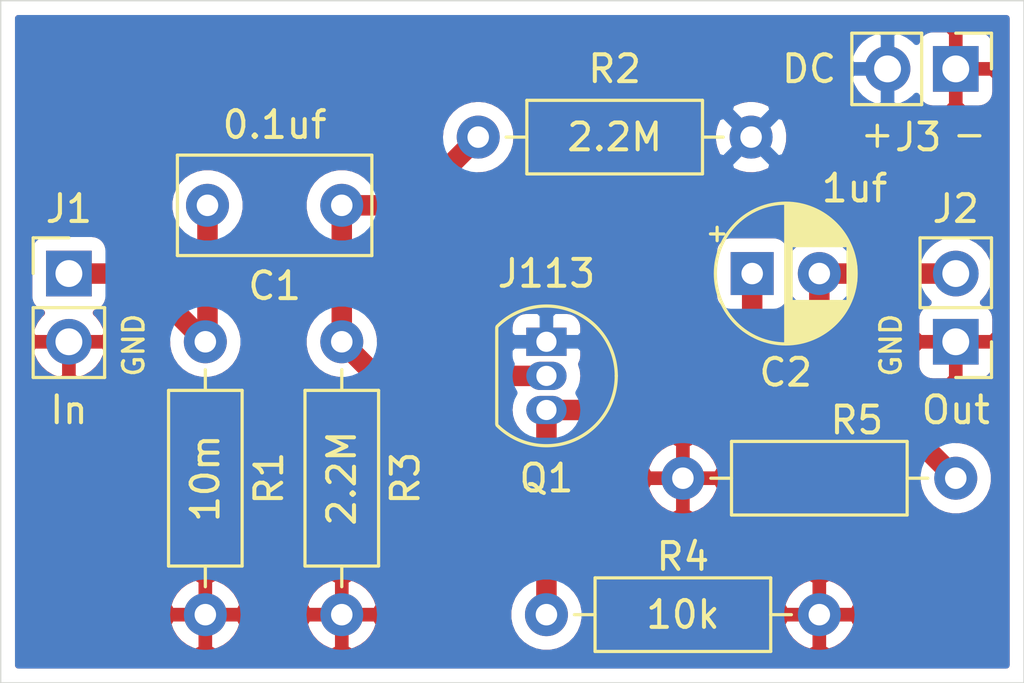
<source format=kicad_pcb>
(kicad_pcb (version 20171130) (host pcbnew "(5.1.2-1)-1")

  (general
    (thickness 1.6)
    (drawings 8)
    (tracks 16)
    (zones 0)
    (modules 11)
    (nets 7)
  )

  (page A4)
  (layers
    (0 F.Cu signal)
    (31 B.Cu signal)
    (32 B.Adhes user)
    (33 F.Adhes user)
    (34 B.Paste user)
    (35 F.Paste user)
    (36 B.SilkS user)
    (37 F.SilkS user)
    (38 B.Mask user)
    (39 F.Mask user)
    (40 Dwgs.User user)
    (41 Cmts.User user)
    (42 Eco1.User user)
    (43 Eco2.User user)
    (44 Edge.Cuts user)
    (45 Margin user)
    (46 B.CrtYd user)
    (47 F.CrtYd user)
    (48 B.Fab user)
    (49 F.Fab user)
  )

  (setup
    (last_trace_width 0.762)
    (user_trace_width 0.762)
    (trace_clearance 0.2)
    (zone_clearance 0.508)
    (zone_45_only no)
    (trace_min 0.2)
    (via_size 0.8)
    (via_drill 0.4)
    (via_min_size 0.4)
    (via_min_drill 0.3)
    (uvia_size 0.3)
    (uvia_drill 0.1)
    (uvias_allowed no)
    (uvia_min_size 0.2)
    (uvia_min_drill 0.1)
    (edge_width 0.05)
    (segment_width 0.2)
    (pcb_text_width 0.3)
    (pcb_text_size 1.5 1.5)
    (mod_edge_width 0.12)
    (mod_text_size 1 1)
    (mod_text_width 0.15)
    (pad_size 1.524 1.524)
    (pad_drill 0.762)
    (pad_to_mask_clearance 0.051)
    (solder_mask_min_width 0.25)
    (aux_axis_origin 0 0)
    (visible_elements FFFFFF7F)
    (pcbplotparams
      (layerselection 0x010fc_ffffffff)
      (usegerberextensions false)
      (usegerberattributes false)
      (usegerberadvancedattributes false)
      (creategerberjobfile false)
      (excludeedgelayer true)
      (linewidth 0.100000)
      (plotframeref false)
      (viasonmask false)
      (mode 1)
      (useauxorigin false)
      (hpglpennumber 1)
      (hpglpenspeed 20)
      (hpglpendiameter 15.000000)
      (psnegative false)
      (psa4output false)
      (plotreference true)
      (plotvalue true)
      (plotinvisibletext false)
      (padsonsilk false)
      (subtractmaskfromsilk false)
      (outputformat 1)
      (mirror false)
      (drillshape 0)
      (scaleselection 1)
      (outputdirectory "gerbers/"))
  )

  (net 0 "")
  (net 1 "Net-(C1-Pad2)")
  (net 2 "Net-(C1-Pad1)")
  (net 3 "Net-(C2-Pad2)")
  (net 4 "Net-(C2-Pad1)")
  (net 5 GND)
  (net 6 +9V)

  (net_class Default "This is the default net class."
    (clearance 0.2)
    (trace_width 0.25)
    (via_dia 0.8)
    (via_drill 0.4)
    (uvia_dia 0.3)
    (uvia_drill 0.1)
    (add_net +9V)
    (add_net GND)
    (add_net "Net-(C1-Pad1)")
    (add_net "Net-(C1-Pad2)")
    (add_net "Net-(C2-Pad1)")
    (add_net "Net-(C2-Pad2)")
  )

  (module Connector_PinHeader_2.54mm:PinHeader_1x02_P2.54mm_Vertical (layer F.Cu) (tedit 59FED5CC) (tstamp 5D339DB3)
    (at 162.56 78.74 270)
    (descr "Through hole straight pin header, 1x02, 2.54mm pitch, single row")
    (tags "Through hole pin header THT 1x02 2.54mm single row")
    (path /5D347999)
    (fp_text reference J3 (at 2.54 1.397 180) (layer F.SilkS)
      (effects (font (size 1 1) (thickness 0.15)))
    )
    (fp_text value DC (at 0 5.461 180) (layer F.SilkS)
      (effects (font (size 1 1) (thickness 0.15)))
    )
    (fp_text user %R (at 0 1.27) (layer F.Fab)
      (effects (font (size 1 1) (thickness 0.15)))
    )
    (fp_line (start 1.8 -1.8) (end -1.8 -1.8) (layer F.CrtYd) (width 0.05))
    (fp_line (start 1.8 4.35) (end 1.8 -1.8) (layer F.CrtYd) (width 0.05))
    (fp_line (start -1.8 4.35) (end 1.8 4.35) (layer F.CrtYd) (width 0.05))
    (fp_line (start -1.8 -1.8) (end -1.8 4.35) (layer F.CrtYd) (width 0.05))
    (fp_line (start -1.33 -1.33) (end 0 -1.33) (layer F.SilkS) (width 0.12))
    (fp_line (start -1.33 0) (end -1.33 -1.33) (layer F.SilkS) (width 0.12))
    (fp_line (start -1.33 1.27) (end 1.33 1.27) (layer F.SilkS) (width 0.12))
    (fp_line (start 1.33 1.27) (end 1.33 3.87) (layer F.SilkS) (width 0.12))
    (fp_line (start -1.33 1.27) (end -1.33 3.87) (layer F.SilkS) (width 0.12))
    (fp_line (start -1.33 3.87) (end 1.33 3.87) (layer F.SilkS) (width 0.12))
    (fp_line (start -1.27 -0.635) (end -0.635 -1.27) (layer F.Fab) (width 0.1))
    (fp_line (start -1.27 3.81) (end -1.27 -0.635) (layer F.Fab) (width 0.1))
    (fp_line (start 1.27 3.81) (end -1.27 3.81) (layer F.Fab) (width 0.1))
    (fp_line (start 1.27 -1.27) (end 1.27 3.81) (layer F.Fab) (width 0.1))
    (fp_line (start -0.635 -1.27) (end 1.27 -1.27) (layer F.Fab) (width 0.1))
    (pad 2 thru_hole oval (at 0 2.54 270) (size 1.7 1.7) (drill 1) (layers *.Cu *.Mask)
      (net 6 +9V))
    (pad 1 thru_hole rect (at 0 0 270) (size 1.7 1.7) (drill 1) (layers *.Cu *.Mask)
      (net 5 GND))
    (model ${KISYS3DMOD}/Connector_PinHeader_2.54mm.3dshapes/PinHeader_1x02_P2.54mm_Vertical.wrl
      (at (xyz 0 0 0))
      (scale (xyz 1 1 1))
      (rotate (xyz 0 0 0))
    )
  )

  (module Resistor_THT:R_Axial_DIN0207_L6.3mm_D2.5mm_P10.16mm_Horizontal (layer F.Cu) (tedit 5AE5139B) (tstamp 5D338F7F)
    (at 162.56 93.98 180)
    (descr "Resistor, Axial_DIN0207 series, Axial, Horizontal, pin pitch=10.16mm, 0.25W = 1/4W, length*diameter=6.3*2.5mm^2, http://cdn-reichelt.de/documents/datenblatt/B400/1_4W%23YAG.pdf")
    (tags "Resistor Axial_DIN0207 series Axial Horizontal pin pitch 10.16mm 0.25W = 1/4W length 6.3mm diameter 2.5mm")
    (path /5D337BB9)
    (fp_text reference R5 (at 3.683 2.159) (layer F.SilkS)
      (effects (font (size 1 1) (thickness 0.15)))
    )
    (fp_text value 100k (at 5.08 0) (layer F.Fab)
      (effects (font (size 1 1) (thickness 0.15)))
    )
    (fp_text user %R (at 5.08 0) (layer F.Fab) hide
      (effects (font (size 1 1) (thickness 0.15)))
    )
    (fp_line (start 11.21 -1.5) (end -1.05 -1.5) (layer F.CrtYd) (width 0.05))
    (fp_line (start 11.21 1.5) (end 11.21 -1.5) (layer F.CrtYd) (width 0.05))
    (fp_line (start -1.05 1.5) (end 11.21 1.5) (layer F.CrtYd) (width 0.05))
    (fp_line (start -1.05 -1.5) (end -1.05 1.5) (layer F.CrtYd) (width 0.05))
    (fp_line (start 9.12 0) (end 8.35 0) (layer F.SilkS) (width 0.12))
    (fp_line (start 1.04 0) (end 1.81 0) (layer F.SilkS) (width 0.12))
    (fp_line (start 8.35 -1.37) (end 1.81 -1.37) (layer F.SilkS) (width 0.12))
    (fp_line (start 8.35 1.37) (end 8.35 -1.37) (layer F.SilkS) (width 0.12))
    (fp_line (start 1.81 1.37) (end 8.35 1.37) (layer F.SilkS) (width 0.12))
    (fp_line (start 1.81 -1.37) (end 1.81 1.37) (layer F.SilkS) (width 0.12))
    (fp_line (start 10.16 0) (end 8.23 0) (layer F.Fab) (width 0.1))
    (fp_line (start 0 0) (end 1.93 0) (layer F.Fab) (width 0.1))
    (fp_line (start 8.23 -1.25) (end 1.93 -1.25) (layer F.Fab) (width 0.1))
    (fp_line (start 8.23 1.25) (end 8.23 -1.25) (layer F.Fab) (width 0.1))
    (fp_line (start 1.93 1.25) (end 8.23 1.25) (layer F.Fab) (width 0.1))
    (fp_line (start 1.93 -1.25) (end 1.93 1.25) (layer F.Fab) (width 0.1))
    (pad 2 thru_hole oval (at 10.16 0 180) (size 1.6 1.6) (drill 0.8) (layers *.Cu *.Mask)
      (net 5 GND))
    (pad 1 thru_hole circle (at 0 0 180) (size 1.6 1.6) (drill 0.8) (layers *.Cu *.Mask)
      (net 3 "Net-(C2-Pad2)"))
    (model ${KISYS3DMOD}/Resistor_THT.3dshapes/R_Axial_DIN0207_L6.3mm_D2.5mm_P10.16mm_Horizontal.wrl
      (at (xyz 0 0 0))
      (scale (xyz 1 1 1))
      (rotate (xyz 0 0 0))
    )
  )

  (module Resistor_THT:R_Axial_DIN0207_L6.3mm_D2.5mm_P10.16mm_Horizontal (layer F.Cu) (tedit 5AE5139B) (tstamp 5D338F68)
    (at 147.32 99.06)
    (descr "Resistor, Axial_DIN0207 series, Axial, Horizontal, pin pitch=10.16mm, 0.25W = 1/4W, length*diameter=6.3*2.5mm^2, http://cdn-reichelt.de/documents/datenblatt/B400/1_4W%23YAG.pdf")
    (tags "Resistor Axial_DIN0207 series Axial Horizontal pin pitch 10.16mm 0.25W = 1/4W length 6.3mm diameter 2.5mm")
    (path /5D337340)
    (fp_text reference R4 (at 5.08 -2.159) (layer F.SilkS)
      (effects (font (size 1 1) (thickness 0.15)))
    )
    (fp_text value 10k (at 5.08 0) (layer F.SilkS)
      (effects (font (size 1 1) (thickness 0.15)))
    )
    (fp_text user %R (at 5.08 0) (layer F.Fab) hide
      (effects (font (size 1 1) (thickness 0.15)))
    )
    (fp_line (start 11.21 -1.5) (end -1.05 -1.5) (layer F.CrtYd) (width 0.05))
    (fp_line (start 11.21 1.5) (end 11.21 -1.5) (layer F.CrtYd) (width 0.05))
    (fp_line (start -1.05 1.5) (end 11.21 1.5) (layer F.CrtYd) (width 0.05))
    (fp_line (start -1.05 -1.5) (end -1.05 1.5) (layer F.CrtYd) (width 0.05))
    (fp_line (start 9.12 0) (end 8.35 0) (layer F.SilkS) (width 0.12))
    (fp_line (start 1.04 0) (end 1.81 0) (layer F.SilkS) (width 0.12))
    (fp_line (start 8.35 -1.37) (end 1.81 -1.37) (layer F.SilkS) (width 0.12))
    (fp_line (start 8.35 1.37) (end 8.35 -1.37) (layer F.SilkS) (width 0.12))
    (fp_line (start 1.81 1.37) (end 8.35 1.37) (layer F.SilkS) (width 0.12))
    (fp_line (start 1.81 -1.37) (end 1.81 1.37) (layer F.SilkS) (width 0.12))
    (fp_line (start 10.16 0) (end 8.23 0) (layer F.Fab) (width 0.1))
    (fp_line (start 0 0) (end 1.93 0) (layer F.Fab) (width 0.1))
    (fp_line (start 8.23 -1.25) (end 1.93 -1.25) (layer F.Fab) (width 0.1))
    (fp_line (start 8.23 1.25) (end 8.23 -1.25) (layer F.Fab) (width 0.1))
    (fp_line (start 1.93 1.25) (end 8.23 1.25) (layer F.Fab) (width 0.1))
    (fp_line (start 1.93 -1.25) (end 1.93 1.25) (layer F.Fab) (width 0.1))
    (pad 2 thru_hole oval (at 10.16 0) (size 1.6 1.6) (drill 0.8) (layers *.Cu *.Mask)
      (net 5 GND))
    (pad 1 thru_hole circle (at 0 0) (size 1.6 1.6) (drill 0.8) (layers *.Cu *.Mask)
      (net 4 "Net-(C2-Pad1)"))
    (model ${KISYS3DMOD}/Resistor_THT.3dshapes/R_Axial_DIN0207_L6.3mm_D2.5mm_P10.16mm_Horizontal.wrl
      (at (xyz 0 0 0))
      (scale (xyz 1 1 1))
      (rotate (xyz 0 0 0))
    )
  )

  (module Resistor_THT:R_Axial_DIN0207_L6.3mm_D2.5mm_P10.16mm_Horizontal (layer F.Cu) (tedit 5AE5139B) (tstamp 5D338F51)
    (at 139.7 88.9 270)
    (descr "Resistor, Axial_DIN0207 series, Axial, Horizontal, pin pitch=10.16mm, 0.25W = 1/4W, length*diameter=6.3*2.5mm^2, http://cdn-reichelt.de/documents/datenblatt/B400/1_4W%23YAG.pdf")
    (tags "Resistor Axial_DIN0207 series Axial Horizontal pin pitch 10.16mm 0.25W = 1/4W length 6.3mm diameter 2.5mm")
    (path /5D336C8F)
    (fp_text reference R3 (at 5.08 -2.37 90) (layer F.SilkS)
      (effects (font (size 1 1) (thickness 0.15)))
    )
    (fp_text value 2.2M (at 5.08 0 90) (layer F.SilkS)
      (effects (font (size 1 1) (thickness 0.15)))
    )
    (fp_text user %R (at 7.62 2.54 90) (layer F.Fab) hide
      (effects (font (size 1 1) (thickness 0.15)))
    )
    (fp_line (start 11.21 -1.5) (end -1.05 -1.5) (layer F.CrtYd) (width 0.05))
    (fp_line (start 11.21 1.5) (end 11.21 -1.5) (layer F.CrtYd) (width 0.05))
    (fp_line (start -1.05 1.5) (end 11.21 1.5) (layer F.CrtYd) (width 0.05))
    (fp_line (start -1.05 -1.5) (end -1.05 1.5) (layer F.CrtYd) (width 0.05))
    (fp_line (start 9.12 0) (end 8.35 0) (layer F.SilkS) (width 0.12))
    (fp_line (start 1.04 0) (end 1.81 0) (layer F.SilkS) (width 0.12))
    (fp_line (start 8.35 -1.37) (end 1.81 -1.37) (layer F.SilkS) (width 0.12))
    (fp_line (start 8.35 1.37) (end 8.35 -1.37) (layer F.SilkS) (width 0.12))
    (fp_line (start 1.81 1.37) (end 8.35 1.37) (layer F.SilkS) (width 0.12))
    (fp_line (start 1.81 -1.37) (end 1.81 1.37) (layer F.SilkS) (width 0.12))
    (fp_line (start 10.16 0) (end 8.23 0) (layer F.Fab) (width 0.1))
    (fp_line (start 0 0) (end 1.93 0) (layer F.Fab) (width 0.1))
    (fp_line (start 8.23 -1.25) (end 1.93 -1.25) (layer F.Fab) (width 0.1))
    (fp_line (start 8.23 1.25) (end 8.23 -1.25) (layer F.Fab) (width 0.1))
    (fp_line (start 1.93 1.25) (end 8.23 1.25) (layer F.Fab) (width 0.1))
    (fp_line (start 1.93 -1.25) (end 1.93 1.25) (layer F.Fab) (width 0.1))
    (pad 2 thru_hole oval (at 10.16 0 270) (size 1.6 1.6) (drill 0.8) (layers *.Cu *.Mask)
      (net 5 GND))
    (pad 1 thru_hole circle (at 0 0 270) (size 1.6 1.6) (drill 0.8) (layers *.Cu *.Mask)
      (net 2 "Net-(C1-Pad1)"))
    (model ${KISYS3DMOD}/Resistor_THT.3dshapes/R_Axial_DIN0207_L6.3mm_D2.5mm_P10.16mm_Horizontal.wrl
      (at (xyz 0 0 0))
      (scale (xyz 1 1 1))
      (rotate (xyz 0 0 0))
    )
  )

  (module Resistor_THT:R_Axial_DIN0207_L6.3mm_D2.5mm_P10.16mm_Horizontal (layer F.Cu) (tedit 5AE5139B) (tstamp 5D338F3A)
    (at 154.94 81.28 180)
    (descr "Resistor, Axial_DIN0207 series, Axial, Horizontal, pin pitch=10.16mm, 0.25W = 1/4W, length*diameter=6.3*2.5mm^2, http://cdn-reichelt.de/documents/datenblatt/B400/1_4W%23YAG.pdf")
    (tags "Resistor Axial_DIN0207 series Axial Horizontal pin pitch 10.16mm 0.25W = 1/4W length 6.3mm diameter 2.5mm")
    (path /5D336E63)
    (fp_text reference R2 (at 5.08 2.54 180) (layer F.SilkS)
      (effects (font (size 1 1) (thickness 0.15)))
    )
    (fp_text value 2.2M (at 5.08 0) (layer F.SilkS)
      (effects (font (size 1 1) (thickness 0.15)))
    )
    (fp_text user %R (at 5.08 0) (layer F.Fab) hide
      (effects (font (size 1 1) (thickness 0.15)))
    )
    (fp_line (start 11.21 -1.5) (end -1.05 -1.5) (layer F.CrtYd) (width 0.05))
    (fp_line (start 11.21 1.5) (end 11.21 -1.5) (layer F.CrtYd) (width 0.05))
    (fp_line (start -1.05 1.5) (end 11.21 1.5) (layer F.CrtYd) (width 0.05))
    (fp_line (start -1.05 -1.5) (end -1.05 1.5) (layer F.CrtYd) (width 0.05))
    (fp_line (start 9.12 0) (end 8.35 0) (layer F.SilkS) (width 0.12))
    (fp_line (start 1.04 0) (end 1.81 0) (layer F.SilkS) (width 0.12))
    (fp_line (start 8.35 -1.37) (end 1.81 -1.37) (layer F.SilkS) (width 0.12))
    (fp_line (start 8.35 1.37) (end 8.35 -1.37) (layer F.SilkS) (width 0.12))
    (fp_line (start 1.81 1.37) (end 8.35 1.37) (layer F.SilkS) (width 0.12))
    (fp_line (start 1.81 -1.37) (end 1.81 1.37) (layer F.SilkS) (width 0.12))
    (fp_line (start 10.16 0) (end 8.23 0) (layer F.Fab) (width 0.1))
    (fp_line (start 0 0) (end 1.93 0) (layer F.Fab) (width 0.1))
    (fp_line (start 8.23 -1.25) (end 1.93 -1.25) (layer F.Fab) (width 0.1))
    (fp_line (start 8.23 1.25) (end 8.23 -1.25) (layer F.Fab) (width 0.1))
    (fp_line (start 1.93 1.25) (end 8.23 1.25) (layer F.Fab) (width 0.1))
    (fp_line (start 1.93 -1.25) (end 1.93 1.25) (layer F.Fab) (width 0.1))
    (pad 2 thru_hole oval (at 10.16 0 180) (size 1.6 1.6) (drill 0.8) (layers *.Cu *.Mask)
      (net 2 "Net-(C1-Pad1)"))
    (pad 1 thru_hole circle (at 0 0 180) (size 1.6 1.6) (drill 0.8) (layers *.Cu *.Mask)
      (net 6 +9V))
    (model ${KISYS3DMOD}/Resistor_THT.3dshapes/R_Axial_DIN0207_L6.3mm_D2.5mm_P10.16mm_Horizontal.wrl
      (at (xyz 0 0 0))
      (scale (xyz 1 1 1))
      (rotate (xyz 0 0 0))
    )
  )

  (module Resistor_THT:R_Axial_DIN0207_L6.3mm_D2.5mm_P10.16mm_Horizontal (layer F.Cu) (tedit 5AE5139B) (tstamp 5D338F23)
    (at 134.62 88.9 270)
    (descr "Resistor, Axial_DIN0207 series, Axial, Horizontal, pin pitch=10.16mm, 0.25W = 1/4W, length*diameter=6.3*2.5mm^2, http://cdn-reichelt.de/documents/datenblatt/B400/1_4W%23YAG.pdf")
    (tags "Resistor Axial_DIN0207 series Axial Horizontal pin pitch 10.16mm 0.25W = 1/4W length 6.3mm diameter 2.5mm")
    (path /5D336150)
    (fp_text reference R1 (at 5.08 -2.37 90) (layer F.SilkS)
      (effects (font (size 1 1) (thickness 0.15)))
    )
    (fp_text value 10m (at 5.08 0 90) (layer F.SilkS)
      (effects (font (size 1 1) (thickness 0.15)))
    )
    (fp_text user %R (at 5.08 0 90) (layer F.Fab) hide
      (effects (font (size 1 1) (thickness 0.15)))
    )
    (fp_line (start 11.21 -1.5) (end -1.05 -1.5) (layer F.CrtYd) (width 0.05))
    (fp_line (start 11.21 1.5) (end 11.21 -1.5) (layer F.CrtYd) (width 0.05))
    (fp_line (start -1.05 1.5) (end 11.21 1.5) (layer F.CrtYd) (width 0.05))
    (fp_line (start -1.05 -1.5) (end -1.05 1.5) (layer F.CrtYd) (width 0.05))
    (fp_line (start 9.12 0) (end 8.35 0) (layer F.SilkS) (width 0.12))
    (fp_line (start 1.04 0) (end 1.81 0) (layer F.SilkS) (width 0.12))
    (fp_line (start 8.35 -1.37) (end 1.81 -1.37) (layer F.SilkS) (width 0.12))
    (fp_line (start 8.35 1.37) (end 8.35 -1.37) (layer F.SilkS) (width 0.12))
    (fp_line (start 1.81 1.37) (end 8.35 1.37) (layer F.SilkS) (width 0.12))
    (fp_line (start 1.81 -1.37) (end 1.81 1.37) (layer F.SilkS) (width 0.12))
    (fp_line (start 10.16 0) (end 8.23 0) (layer F.Fab) (width 0.1))
    (fp_line (start 0 0) (end 1.93 0) (layer F.Fab) (width 0.1))
    (fp_line (start 8.23 -1.25) (end 1.93 -1.25) (layer F.Fab) (width 0.1))
    (fp_line (start 8.23 1.25) (end 8.23 -1.25) (layer F.Fab) (width 0.1))
    (fp_line (start 1.93 1.25) (end 8.23 1.25) (layer F.Fab) (width 0.1))
    (fp_line (start 1.93 -1.25) (end 1.93 1.25) (layer F.Fab) (width 0.1))
    (pad 2 thru_hole oval (at 10.16 0 270) (size 1.6 1.6) (drill 0.8) (layers *.Cu *.Mask)
      (net 5 GND))
    (pad 1 thru_hole circle (at 0 0 270) (size 1.6 1.6) (drill 0.8) (layers *.Cu *.Mask)
      (net 1 "Net-(C1-Pad2)"))
    (model ${KISYS3DMOD}/Resistor_THT.3dshapes/R_Axial_DIN0207_L6.3mm_D2.5mm_P10.16mm_Horizontal.wrl
      (at (xyz 0 0 0))
      (scale (xyz 1 1 1))
      (rotate (xyz 0 0 0))
    )
  )

  (module Package_TO_SOT_THT:TO-92_Inline (layer F.Cu) (tedit 5A1DD157) (tstamp 5D338F0C)
    (at 147.32 88.9 270)
    (descr "TO-92 leads in-line, narrow, oval pads, drill 0.75mm (see NXP sot054_po.pdf)")
    (tags "to-92 sc-43 sc-43a sot54 PA33 transistor")
    (path /5D339367)
    (fp_text reference Q1 (at 5.08 0 180) (layer F.SilkS)
      (effects (font (size 1 1) (thickness 0.15)))
    )
    (fp_text value J113 (at -2.54 0 180) (layer F.SilkS)
      (effects (font (size 1 1) (thickness 0.15)))
    )
    (fp_arc (start 1.27 0) (end 1.27 -2.6) (angle 135) (layer F.SilkS) (width 0.12))
    (fp_arc (start 1.27 0) (end 1.27 -2.48) (angle -135) (layer F.Fab) (width 0.1))
    (fp_arc (start 1.27 0) (end 1.27 -2.6) (angle -135) (layer F.SilkS) (width 0.12))
    (fp_arc (start 1.27 0) (end 1.27 -2.48) (angle 135) (layer F.Fab) (width 0.1))
    (fp_line (start 4 2.01) (end -1.46 2.01) (layer F.CrtYd) (width 0.05))
    (fp_line (start 4 2.01) (end 4 -2.73) (layer F.CrtYd) (width 0.05))
    (fp_line (start -1.46 -2.73) (end -1.46 2.01) (layer F.CrtYd) (width 0.05))
    (fp_line (start -1.46 -2.73) (end 4 -2.73) (layer F.CrtYd) (width 0.05))
    (fp_line (start -0.5 1.75) (end 3 1.75) (layer F.Fab) (width 0.1))
    (fp_line (start -0.53 1.85) (end 3.07 1.85) (layer F.SilkS) (width 0.12))
    (fp_text user %R (at 1.27 -3.56 90) (layer F.Fab) hide
      (effects (font (size 1 1) (thickness 0.15)))
    )
    (pad 1 thru_hole rect (at 0 0 270) (size 1.05 1.5) (drill 0.75) (layers *.Cu *.Mask)
      (net 6 +9V))
    (pad 3 thru_hole oval (at 2.54 0 270) (size 1.05 1.5) (drill 0.75) (layers *.Cu *.Mask)
      (net 4 "Net-(C2-Pad1)"))
    (pad 2 thru_hole oval (at 1.27 0 270) (size 1.05 1.5) (drill 0.75) (layers *.Cu *.Mask)
      (net 2 "Net-(C1-Pad1)"))
    (model ${KISYS3DMOD}/Package_TO_SOT_THT.3dshapes/TO-92_Inline.wrl
      (at (xyz 0 0 0))
      (scale (xyz 1 1 1))
      (rotate (xyz 0 0 0))
    )
  )

  (module Connector_PinHeader_2.54mm:PinHeader_1x02_P2.54mm_Vertical (layer F.Cu) (tedit 59FED5CC) (tstamp 5D338EFA)
    (at 162.56 88.9 180)
    (descr "Through hole straight pin header, 1x02, 2.54mm pitch, single row")
    (tags "Through hole pin header THT 1x02 2.54mm single row")
    (path /5D3414C6)
    (fp_text reference J2 (at 0 4.953) (layer F.SilkS)
      (effects (font (size 1 1) (thickness 0.15)))
    )
    (fp_text value Out (at 0 -2.54) (layer F.SilkS)
      (effects (font (size 1 1) (thickness 0.15)))
    )
    (fp_text user %R (at 0 1.27 90) (layer F.Fab)
      (effects (font (size 1 1) (thickness 0.15)))
    )
    (fp_line (start 1.8 -1.8) (end -1.8 -1.8) (layer F.CrtYd) (width 0.05))
    (fp_line (start 1.8 4.35) (end 1.8 -1.8) (layer F.CrtYd) (width 0.05))
    (fp_line (start -1.8 4.35) (end 1.8 4.35) (layer F.CrtYd) (width 0.05))
    (fp_line (start -1.8 -1.8) (end -1.8 4.35) (layer F.CrtYd) (width 0.05))
    (fp_line (start -1.33 -1.33) (end 0 -1.33) (layer F.SilkS) (width 0.12))
    (fp_line (start -1.33 0) (end -1.33 -1.33) (layer F.SilkS) (width 0.12))
    (fp_line (start -1.33 1.27) (end 1.33 1.27) (layer F.SilkS) (width 0.12))
    (fp_line (start 1.33 1.27) (end 1.33 3.87) (layer F.SilkS) (width 0.12))
    (fp_line (start -1.33 1.27) (end -1.33 3.87) (layer F.SilkS) (width 0.12))
    (fp_line (start -1.33 3.87) (end 1.33 3.87) (layer F.SilkS) (width 0.12))
    (fp_line (start -1.27 -0.635) (end -0.635 -1.27) (layer F.Fab) (width 0.1))
    (fp_line (start -1.27 3.81) (end -1.27 -0.635) (layer F.Fab) (width 0.1))
    (fp_line (start 1.27 3.81) (end -1.27 3.81) (layer F.Fab) (width 0.1))
    (fp_line (start 1.27 -1.27) (end 1.27 3.81) (layer F.Fab) (width 0.1))
    (fp_line (start -0.635 -1.27) (end 1.27 -1.27) (layer F.Fab) (width 0.1))
    (pad 2 thru_hole oval (at 0 2.54 180) (size 1.7 1.7) (drill 1) (layers *.Cu *.Mask)
      (net 3 "Net-(C2-Pad2)"))
    (pad 1 thru_hole rect (at 0 0 180) (size 1.7 1.7) (drill 1) (layers *.Cu *.Mask)
      (net 5 GND))
    (model ${KISYS3DMOD}/Connector_PinHeader_2.54mm.3dshapes/PinHeader_1x02_P2.54mm_Vertical.wrl
      (at (xyz 0 0 0))
      (scale (xyz 1 1 1))
      (rotate (xyz 0 0 0))
    )
  )

  (module Connector_PinHeader_2.54mm:PinHeader_1x02_P2.54mm_Vertical (layer F.Cu) (tedit 59FED5CC) (tstamp 5D33A29C)
    (at 129.54 86.36)
    (descr "Through hole straight pin header, 1x02, 2.54mm pitch, single row")
    (tags "Through hole pin header THT 1x02 2.54mm single row")
    (path /5D33C9E8)
    (fp_text reference J1 (at 0 -2.413) (layer F.SilkS)
      (effects (font (size 1 1) (thickness 0.15)))
    )
    (fp_text value In (at 0 5.08) (layer F.SilkS)
      (effects (font (size 1 1) (thickness 0.15)))
    )
    (fp_text user %R (at 0 1.27 90) (layer F.Fab)
      (effects (font (size 1 1) (thickness 0.15)))
    )
    (fp_line (start 1.8 -1.8) (end -1.8 -1.8) (layer F.CrtYd) (width 0.05))
    (fp_line (start 1.8 4.35) (end 1.8 -1.8) (layer F.CrtYd) (width 0.05))
    (fp_line (start -1.8 4.35) (end 1.8 4.35) (layer F.CrtYd) (width 0.05))
    (fp_line (start -1.8 -1.8) (end -1.8 4.35) (layer F.CrtYd) (width 0.05))
    (fp_line (start -1.33 -1.33) (end 0 -1.33) (layer F.SilkS) (width 0.12))
    (fp_line (start -1.33 0) (end -1.33 -1.33) (layer F.SilkS) (width 0.12))
    (fp_line (start -1.33 1.27) (end 1.33 1.27) (layer F.SilkS) (width 0.12))
    (fp_line (start 1.33 1.27) (end 1.33 3.87) (layer F.SilkS) (width 0.12))
    (fp_line (start -1.33 1.27) (end -1.33 3.87) (layer F.SilkS) (width 0.12))
    (fp_line (start -1.33 3.87) (end 1.33 3.87) (layer F.SilkS) (width 0.12))
    (fp_line (start -1.27 -0.635) (end -0.635 -1.27) (layer F.Fab) (width 0.1))
    (fp_line (start -1.27 3.81) (end -1.27 -0.635) (layer F.Fab) (width 0.1))
    (fp_line (start 1.27 3.81) (end -1.27 3.81) (layer F.Fab) (width 0.1))
    (fp_line (start 1.27 -1.27) (end 1.27 3.81) (layer F.Fab) (width 0.1))
    (fp_line (start -0.635 -1.27) (end 1.27 -1.27) (layer F.Fab) (width 0.1))
    (pad 2 thru_hole oval (at 0 2.54) (size 1.7 1.7) (drill 1) (layers *.Cu *.Mask)
      (net 5 GND))
    (pad 1 thru_hole rect (at 0 0) (size 1.7 1.7) (drill 1) (layers *.Cu *.Mask)
      (net 1 "Net-(C1-Pad2)"))
    (model ${KISYS3DMOD}/Connector_PinHeader_2.54mm.3dshapes/PinHeader_1x02_P2.54mm_Vertical.wrl
      (at (xyz 0 0 0))
      (scale (xyz 1 1 1))
      (rotate (xyz 0 0 0))
    )
  )

  (module Capacitor_THT:CP_Radial_D5.0mm_P2.50mm (layer F.Cu) (tedit 5AE50EF0) (tstamp 5D339248)
    (at 154.98 86.36)
    (descr "CP, Radial series, Radial, pin pitch=2.50mm, , diameter=5mm, Electrolytic Capacitor")
    (tags "CP Radial series Radial pin pitch 2.50mm  diameter 5mm Electrolytic Capacitor")
    (path /5D338EFC)
    (fp_text reference C2 (at 1.25 3.683) (layer F.SilkS)
      (effects (font (size 1 1) (thickness 0.15)))
    )
    (fp_text value 1uf (at 3.81 -3.175) (layer F.SilkS)
      (effects (font (size 1 1) (thickness 0.15)))
    )
    (fp_text user %R (at 1.25 0) (layer F.Fab)
      (effects (font (size 1 1) (thickness 0.15)))
    )
    (fp_line (start -1.304775 -1.725) (end -1.304775 -1.225) (layer F.SilkS) (width 0.12))
    (fp_line (start -1.554775 -1.475) (end -1.054775 -1.475) (layer F.SilkS) (width 0.12))
    (fp_line (start 3.851 -0.284) (end 3.851 0.284) (layer F.SilkS) (width 0.12))
    (fp_line (start 3.811 -0.518) (end 3.811 0.518) (layer F.SilkS) (width 0.12))
    (fp_line (start 3.771 -0.677) (end 3.771 0.677) (layer F.SilkS) (width 0.12))
    (fp_line (start 3.731 -0.805) (end 3.731 0.805) (layer F.SilkS) (width 0.12))
    (fp_line (start 3.691 -0.915) (end 3.691 0.915) (layer F.SilkS) (width 0.12))
    (fp_line (start 3.651 -1.011) (end 3.651 1.011) (layer F.SilkS) (width 0.12))
    (fp_line (start 3.611 -1.098) (end 3.611 1.098) (layer F.SilkS) (width 0.12))
    (fp_line (start 3.571 -1.178) (end 3.571 1.178) (layer F.SilkS) (width 0.12))
    (fp_line (start 3.531 1.04) (end 3.531 1.251) (layer F.SilkS) (width 0.12))
    (fp_line (start 3.531 -1.251) (end 3.531 -1.04) (layer F.SilkS) (width 0.12))
    (fp_line (start 3.491 1.04) (end 3.491 1.319) (layer F.SilkS) (width 0.12))
    (fp_line (start 3.491 -1.319) (end 3.491 -1.04) (layer F.SilkS) (width 0.12))
    (fp_line (start 3.451 1.04) (end 3.451 1.383) (layer F.SilkS) (width 0.12))
    (fp_line (start 3.451 -1.383) (end 3.451 -1.04) (layer F.SilkS) (width 0.12))
    (fp_line (start 3.411 1.04) (end 3.411 1.443) (layer F.SilkS) (width 0.12))
    (fp_line (start 3.411 -1.443) (end 3.411 -1.04) (layer F.SilkS) (width 0.12))
    (fp_line (start 3.371 1.04) (end 3.371 1.5) (layer F.SilkS) (width 0.12))
    (fp_line (start 3.371 -1.5) (end 3.371 -1.04) (layer F.SilkS) (width 0.12))
    (fp_line (start 3.331 1.04) (end 3.331 1.554) (layer F.SilkS) (width 0.12))
    (fp_line (start 3.331 -1.554) (end 3.331 -1.04) (layer F.SilkS) (width 0.12))
    (fp_line (start 3.291 1.04) (end 3.291 1.605) (layer F.SilkS) (width 0.12))
    (fp_line (start 3.291 -1.605) (end 3.291 -1.04) (layer F.SilkS) (width 0.12))
    (fp_line (start 3.251 1.04) (end 3.251 1.653) (layer F.SilkS) (width 0.12))
    (fp_line (start 3.251 -1.653) (end 3.251 -1.04) (layer F.SilkS) (width 0.12))
    (fp_line (start 3.211 1.04) (end 3.211 1.699) (layer F.SilkS) (width 0.12))
    (fp_line (start 3.211 -1.699) (end 3.211 -1.04) (layer F.SilkS) (width 0.12))
    (fp_line (start 3.171 1.04) (end 3.171 1.743) (layer F.SilkS) (width 0.12))
    (fp_line (start 3.171 -1.743) (end 3.171 -1.04) (layer F.SilkS) (width 0.12))
    (fp_line (start 3.131 1.04) (end 3.131 1.785) (layer F.SilkS) (width 0.12))
    (fp_line (start 3.131 -1.785) (end 3.131 -1.04) (layer F.SilkS) (width 0.12))
    (fp_line (start 3.091 1.04) (end 3.091 1.826) (layer F.SilkS) (width 0.12))
    (fp_line (start 3.091 -1.826) (end 3.091 -1.04) (layer F.SilkS) (width 0.12))
    (fp_line (start 3.051 1.04) (end 3.051 1.864) (layer F.SilkS) (width 0.12))
    (fp_line (start 3.051 -1.864) (end 3.051 -1.04) (layer F.SilkS) (width 0.12))
    (fp_line (start 3.011 1.04) (end 3.011 1.901) (layer F.SilkS) (width 0.12))
    (fp_line (start 3.011 -1.901) (end 3.011 -1.04) (layer F.SilkS) (width 0.12))
    (fp_line (start 2.971 1.04) (end 2.971 1.937) (layer F.SilkS) (width 0.12))
    (fp_line (start 2.971 -1.937) (end 2.971 -1.04) (layer F.SilkS) (width 0.12))
    (fp_line (start 2.931 1.04) (end 2.931 1.971) (layer F.SilkS) (width 0.12))
    (fp_line (start 2.931 -1.971) (end 2.931 -1.04) (layer F.SilkS) (width 0.12))
    (fp_line (start 2.891 1.04) (end 2.891 2.004) (layer F.SilkS) (width 0.12))
    (fp_line (start 2.891 -2.004) (end 2.891 -1.04) (layer F.SilkS) (width 0.12))
    (fp_line (start 2.851 1.04) (end 2.851 2.035) (layer F.SilkS) (width 0.12))
    (fp_line (start 2.851 -2.035) (end 2.851 -1.04) (layer F.SilkS) (width 0.12))
    (fp_line (start 2.811 1.04) (end 2.811 2.065) (layer F.SilkS) (width 0.12))
    (fp_line (start 2.811 -2.065) (end 2.811 -1.04) (layer F.SilkS) (width 0.12))
    (fp_line (start 2.771 1.04) (end 2.771 2.095) (layer F.SilkS) (width 0.12))
    (fp_line (start 2.771 -2.095) (end 2.771 -1.04) (layer F.SilkS) (width 0.12))
    (fp_line (start 2.731 1.04) (end 2.731 2.122) (layer F.SilkS) (width 0.12))
    (fp_line (start 2.731 -2.122) (end 2.731 -1.04) (layer F.SilkS) (width 0.12))
    (fp_line (start 2.691 1.04) (end 2.691 2.149) (layer F.SilkS) (width 0.12))
    (fp_line (start 2.691 -2.149) (end 2.691 -1.04) (layer F.SilkS) (width 0.12))
    (fp_line (start 2.651 1.04) (end 2.651 2.175) (layer F.SilkS) (width 0.12))
    (fp_line (start 2.651 -2.175) (end 2.651 -1.04) (layer F.SilkS) (width 0.12))
    (fp_line (start 2.611 1.04) (end 2.611 2.2) (layer F.SilkS) (width 0.12))
    (fp_line (start 2.611 -2.2) (end 2.611 -1.04) (layer F.SilkS) (width 0.12))
    (fp_line (start 2.571 1.04) (end 2.571 2.224) (layer F.SilkS) (width 0.12))
    (fp_line (start 2.571 -2.224) (end 2.571 -1.04) (layer F.SilkS) (width 0.12))
    (fp_line (start 2.531 1.04) (end 2.531 2.247) (layer F.SilkS) (width 0.12))
    (fp_line (start 2.531 -2.247) (end 2.531 -1.04) (layer F.SilkS) (width 0.12))
    (fp_line (start 2.491 1.04) (end 2.491 2.268) (layer F.SilkS) (width 0.12))
    (fp_line (start 2.491 -2.268) (end 2.491 -1.04) (layer F.SilkS) (width 0.12))
    (fp_line (start 2.451 1.04) (end 2.451 2.29) (layer F.SilkS) (width 0.12))
    (fp_line (start 2.451 -2.29) (end 2.451 -1.04) (layer F.SilkS) (width 0.12))
    (fp_line (start 2.411 1.04) (end 2.411 2.31) (layer F.SilkS) (width 0.12))
    (fp_line (start 2.411 -2.31) (end 2.411 -1.04) (layer F.SilkS) (width 0.12))
    (fp_line (start 2.371 1.04) (end 2.371 2.329) (layer F.SilkS) (width 0.12))
    (fp_line (start 2.371 -2.329) (end 2.371 -1.04) (layer F.SilkS) (width 0.12))
    (fp_line (start 2.331 1.04) (end 2.331 2.348) (layer F.SilkS) (width 0.12))
    (fp_line (start 2.331 -2.348) (end 2.331 -1.04) (layer F.SilkS) (width 0.12))
    (fp_line (start 2.291 1.04) (end 2.291 2.365) (layer F.SilkS) (width 0.12))
    (fp_line (start 2.291 -2.365) (end 2.291 -1.04) (layer F.SilkS) (width 0.12))
    (fp_line (start 2.251 1.04) (end 2.251 2.382) (layer F.SilkS) (width 0.12))
    (fp_line (start 2.251 -2.382) (end 2.251 -1.04) (layer F.SilkS) (width 0.12))
    (fp_line (start 2.211 1.04) (end 2.211 2.398) (layer F.SilkS) (width 0.12))
    (fp_line (start 2.211 -2.398) (end 2.211 -1.04) (layer F.SilkS) (width 0.12))
    (fp_line (start 2.171 1.04) (end 2.171 2.414) (layer F.SilkS) (width 0.12))
    (fp_line (start 2.171 -2.414) (end 2.171 -1.04) (layer F.SilkS) (width 0.12))
    (fp_line (start 2.131 1.04) (end 2.131 2.428) (layer F.SilkS) (width 0.12))
    (fp_line (start 2.131 -2.428) (end 2.131 -1.04) (layer F.SilkS) (width 0.12))
    (fp_line (start 2.091 1.04) (end 2.091 2.442) (layer F.SilkS) (width 0.12))
    (fp_line (start 2.091 -2.442) (end 2.091 -1.04) (layer F.SilkS) (width 0.12))
    (fp_line (start 2.051 1.04) (end 2.051 2.455) (layer F.SilkS) (width 0.12))
    (fp_line (start 2.051 -2.455) (end 2.051 -1.04) (layer F.SilkS) (width 0.12))
    (fp_line (start 2.011 1.04) (end 2.011 2.468) (layer F.SilkS) (width 0.12))
    (fp_line (start 2.011 -2.468) (end 2.011 -1.04) (layer F.SilkS) (width 0.12))
    (fp_line (start 1.971 1.04) (end 1.971 2.48) (layer F.SilkS) (width 0.12))
    (fp_line (start 1.971 -2.48) (end 1.971 -1.04) (layer F.SilkS) (width 0.12))
    (fp_line (start 1.93 1.04) (end 1.93 2.491) (layer F.SilkS) (width 0.12))
    (fp_line (start 1.93 -2.491) (end 1.93 -1.04) (layer F.SilkS) (width 0.12))
    (fp_line (start 1.89 1.04) (end 1.89 2.501) (layer F.SilkS) (width 0.12))
    (fp_line (start 1.89 -2.501) (end 1.89 -1.04) (layer F.SilkS) (width 0.12))
    (fp_line (start 1.85 1.04) (end 1.85 2.511) (layer F.SilkS) (width 0.12))
    (fp_line (start 1.85 -2.511) (end 1.85 -1.04) (layer F.SilkS) (width 0.12))
    (fp_line (start 1.81 1.04) (end 1.81 2.52) (layer F.SilkS) (width 0.12))
    (fp_line (start 1.81 -2.52) (end 1.81 -1.04) (layer F.SilkS) (width 0.12))
    (fp_line (start 1.77 1.04) (end 1.77 2.528) (layer F.SilkS) (width 0.12))
    (fp_line (start 1.77 -2.528) (end 1.77 -1.04) (layer F.SilkS) (width 0.12))
    (fp_line (start 1.73 1.04) (end 1.73 2.536) (layer F.SilkS) (width 0.12))
    (fp_line (start 1.73 -2.536) (end 1.73 -1.04) (layer F.SilkS) (width 0.12))
    (fp_line (start 1.69 1.04) (end 1.69 2.543) (layer F.SilkS) (width 0.12))
    (fp_line (start 1.69 -2.543) (end 1.69 -1.04) (layer F.SilkS) (width 0.12))
    (fp_line (start 1.65 1.04) (end 1.65 2.55) (layer F.SilkS) (width 0.12))
    (fp_line (start 1.65 -2.55) (end 1.65 -1.04) (layer F.SilkS) (width 0.12))
    (fp_line (start 1.61 1.04) (end 1.61 2.556) (layer F.SilkS) (width 0.12))
    (fp_line (start 1.61 -2.556) (end 1.61 -1.04) (layer F.SilkS) (width 0.12))
    (fp_line (start 1.57 1.04) (end 1.57 2.561) (layer F.SilkS) (width 0.12))
    (fp_line (start 1.57 -2.561) (end 1.57 -1.04) (layer F.SilkS) (width 0.12))
    (fp_line (start 1.53 1.04) (end 1.53 2.565) (layer F.SilkS) (width 0.12))
    (fp_line (start 1.53 -2.565) (end 1.53 -1.04) (layer F.SilkS) (width 0.12))
    (fp_line (start 1.49 1.04) (end 1.49 2.569) (layer F.SilkS) (width 0.12))
    (fp_line (start 1.49 -2.569) (end 1.49 -1.04) (layer F.SilkS) (width 0.12))
    (fp_line (start 1.45 -2.573) (end 1.45 2.573) (layer F.SilkS) (width 0.12))
    (fp_line (start 1.41 -2.576) (end 1.41 2.576) (layer F.SilkS) (width 0.12))
    (fp_line (start 1.37 -2.578) (end 1.37 2.578) (layer F.SilkS) (width 0.12))
    (fp_line (start 1.33 -2.579) (end 1.33 2.579) (layer F.SilkS) (width 0.12))
    (fp_line (start 1.29 -2.58) (end 1.29 2.58) (layer F.SilkS) (width 0.12))
    (fp_line (start 1.25 -2.58) (end 1.25 2.58) (layer F.SilkS) (width 0.12))
    (fp_line (start -0.633605 -1.3375) (end -0.633605 -0.8375) (layer F.Fab) (width 0.1))
    (fp_line (start -0.883605 -1.0875) (end -0.383605 -1.0875) (layer F.Fab) (width 0.1))
    (fp_circle (center 1.25 0) (end 4 0) (layer F.CrtYd) (width 0.05))
    (fp_circle (center 1.25 0) (end 3.87 0) (layer F.SilkS) (width 0.12))
    (fp_circle (center 1.25 0) (end 3.75 0) (layer F.Fab) (width 0.1))
    (pad 2 thru_hole circle (at 2.5 0) (size 1.6 1.6) (drill 0.8) (layers *.Cu *.Mask)
      (net 3 "Net-(C2-Pad2)"))
    (pad 1 thru_hole rect (at 0 0) (size 1.6 1.6) (drill 0.8) (layers *.Cu *.Mask)
      (net 4 "Net-(C2-Pad1)"))
    (model ${KISYS3DMOD}/Capacitor_THT.3dshapes/CP_Radial_D5.0mm_P2.50mm.wrl
      (at (xyz 0 0 0))
      (scale (xyz 1 1 1))
      (rotate (xyz 0 0 0))
    )
  )

  (module Capacitor_THT:C_Rect_L7.0mm_W3.5mm_P5.00mm (layer F.Cu) (tedit 5AE50EF0) (tstamp 5D338E4A)
    (at 139.7 83.82 180)
    (descr "C, Rect series, Radial, pin pitch=5.00mm, , length*width=7*3.5mm^2, Capacitor")
    (tags "C Rect series Radial pin pitch 5.00mm  length 7mm width 3.5mm Capacitor")
    (path /5D337F9A)
    (fp_text reference C1 (at 2.5 -3) (layer F.SilkS)
      (effects (font (size 1 1) (thickness 0.15)))
    )
    (fp_text value 0.1uf (at 2.5 3) (layer F.SilkS)
      (effects (font (size 1 1) (thickness 0.15)))
    )
    (fp_text user %R (at 2.5 0) (layer F.SilkS) hide
      (effects (font (size 1 1) (thickness 0.15)))
    )
    (fp_line (start 6.25 -2) (end -1.25 -2) (layer F.CrtYd) (width 0.05))
    (fp_line (start 6.25 2) (end 6.25 -2) (layer F.CrtYd) (width 0.05))
    (fp_line (start -1.25 2) (end 6.25 2) (layer F.CrtYd) (width 0.05))
    (fp_line (start -1.25 -2) (end -1.25 2) (layer F.CrtYd) (width 0.05))
    (fp_line (start 6.12 -1.87) (end 6.12 1.87) (layer F.SilkS) (width 0.12))
    (fp_line (start -1.12 -1.87) (end -1.12 1.87) (layer F.SilkS) (width 0.12))
    (fp_line (start -1.12 1.87) (end 6.12 1.87) (layer F.SilkS) (width 0.12))
    (fp_line (start -1.12 -1.87) (end 6.12 -1.87) (layer F.SilkS) (width 0.12))
    (fp_line (start 6 -1.75) (end -1 -1.75) (layer F.Fab) (width 0.1))
    (fp_line (start 6 1.75) (end 6 -1.75) (layer F.Fab) (width 0.1))
    (fp_line (start -1 1.75) (end 6 1.75) (layer F.Fab) (width 0.1))
    (fp_line (start -1 -1.75) (end -1 1.75) (layer F.Fab) (width 0.1))
    (pad 2 thru_hole circle (at 5 0 180) (size 1.6 1.6) (drill 0.8) (layers *.Cu *.Mask)
      (net 1 "Net-(C1-Pad2)"))
    (pad 1 thru_hole circle (at 0 0 180) (size 1.6 1.6) (drill 0.8) (layers *.Cu *.Mask)
      (net 2 "Net-(C1-Pad1)"))
    (model ${KISYS3DMOD}/Capacitor_THT.3dshapes/C_Rect_L7.0mm_W3.5mm_P5.00mm.wrl
      (at (xyz 0 0 0))
      (scale (xyz 1 1 1))
      (rotate (xyz 0 0 0))
    )
  )

  (gr_text + (at 159.639 81.153) (layer F.SilkS)
    (effects (font (size 1.016 1.016) (thickness 0.127)))
  )
  (gr_text - (at 163.068 81.153) (layer F.SilkS)
    (effects (font (size 1.016 1.016) (thickness 0.127)))
  )
  (gr_text GND (at 131.953 89.027 90) (layer F.SilkS)
    (effects (font (size 0.762 0.762) (thickness 0.127)))
  )
  (gr_text GND (at 160.147 89.027 90) (layer F.SilkS)
    (effects (font (size 0.762 0.762) (thickness 0.127)))
  )
  (gr_line (start 127 101.6) (end 127 76.2) (layer Edge.Cuts) (width 0.05) (tstamp 5D339102))
  (gr_line (start 165.1 101.6) (end 127 101.6) (layer Edge.Cuts) (width 0.05))
  (gr_line (start 165.1 76.2) (end 165.1 101.6) (layer Edge.Cuts) (width 0.05))
  (gr_line (start 127 76.2) (end 165.1 76.2) (layer Edge.Cuts) (width 0.05))

  (segment (start 132.08 86.36) (end 134.62 88.9) (width 0.762) (layer F.Cu) (net 1))
  (segment (start 129.54 86.36) (end 132.08 86.36) (width 0.762) (layer F.Cu) (net 1))
  (segment (start 134.7 88.82) (end 134.62 88.9) (width 0.762) (layer F.Cu) (net 1))
  (segment (start 134.7 83.82) (end 134.7 88.82) (width 0.762) (layer F.Cu) (net 1))
  (segment (start 139.7 88.9) (end 139.7 83.82) (width 0.762) (layer F.Cu) (net 2))
  (segment (start 142.24 83.82) (end 144.78 81.28) (width 0.762) (layer F.Cu) (net 2))
  (segment (start 139.7 83.82) (end 142.24 83.82) (width 0.762) (layer F.Cu) (net 2))
  (segment (start 140.97 90.17) (end 139.7 88.9) (width 0.762) (layer F.Cu) (net 2))
  (segment (start 147.32 90.17) (end 140.97 90.17) (width 0.762) (layer F.Cu) (net 2))
  (segment (start 157.48 86.36) (end 162.56 86.36) (width 0.762) (layer F.Cu) (net 3))
  (segment (start 157.48 88.9) (end 157.48 86.36) (width 0.762) (layer F.Cu) (net 3))
  (segment (start 162.56 93.98) (end 157.48 88.9) (width 0.762) (layer F.Cu) (net 3))
  (segment (start 147.32 91.44) (end 147.32 99.06) (width 0.762) (layer F.Cu) (net 4))
  (segment (start 154.98 87.922) (end 154.98 86.36) (width 0.762) (layer F.Cu) (net 4))
  (segment (start 151.462 91.44) (end 154.98 87.922) (width 0.762) (layer F.Cu) (net 4))
  (segment (start 147.32 91.44) (end 151.462 91.44) (width 0.762) (layer F.Cu) (net 4))

  (zone (net 6) (net_name +9V) (layer B.Cu) (tstamp 5D33B3DA) (hatch edge 0.508)
    (connect_pads (clearance 0.508))
    (min_thickness 0.254)
    (fill yes (arc_segments 32) (thermal_gap 0.508) (thermal_bridge_width 0.508))
    (polygon
      (pts
        (xy 127 76.2) (xy 165.1 76.2) (xy 165.1 101.6) (xy 127 101.6)
      )
    )
    (filled_polygon
      (pts
        (xy 164.440001 100.94) (xy 127.66 100.94) (xy 127.66 99.06) (xy 133.178057 99.06) (xy 133.205764 99.341309)
        (xy 133.287818 99.611808) (xy 133.421068 99.861101) (xy 133.600392 100.079608) (xy 133.818899 100.258932) (xy 134.068192 100.392182)
        (xy 134.338691 100.474236) (xy 134.549508 100.495) (xy 134.690492 100.495) (xy 134.901309 100.474236) (xy 135.171808 100.392182)
        (xy 135.421101 100.258932) (xy 135.639608 100.079608) (xy 135.818932 99.861101) (xy 135.952182 99.611808) (xy 136.034236 99.341309)
        (xy 136.061943 99.06) (xy 138.258057 99.06) (xy 138.285764 99.341309) (xy 138.367818 99.611808) (xy 138.501068 99.861101)
        (xy 138.680392 100.079608) (xy 138.898899 100.258932) (xy 139.148192 100.392182) (xy 139.418691 100.474236) (xy 139.629508 100.495)
        (xy 139.770492 100.495) (xy 139.981309 100.474236) (xy 140.251808 100.392182) (xy 140.501101 100.258932) (xy 140.719608 100.079608)
        (xy 140.898932 99.861101) (xy 141.032182 99.611808) (xy 141.114236 99.341309) (xy 141.141943 99.06) (xy 141.128023 98.918665)
        (xy 145.885 98.918665) (xy 145.885 99.201335) (xy 145.940147 99.478574) (xy 146.04832 99.739727) (xy 146.205363 99.974759)
        (xy 146.405241 100.174637) (xy 146.640273 100.33168) (xy 146.901426 100.439853) (xy 147.178665 100.495) (xy 147.461335 100.495)
        (xy 147.738574 100.439853) (xy 147.999727 100.33168) (xy 148.234759 100.174637) (xy 148.434637 99.974759) (xy 148.59168 99.739727)
        (xy 148.699853 99.478574) (xy 148.755 99.201335) (xy 148.755 99.06) (xy 156.038057 99.06) (xy 156.065764 99.341309)
        (xy 156.147818 99.611808) (xy 156.281068 99.861101) (xy 156.460392 100.079608) (xy 156.678899 100.258932) (xy 156.928192 100.392182)
        (xy 157.198691 100.474236) (xy 157.409508 100.495) (xy 157.550492 100.495) (xy 157.761309 100.474236) (xy 158.031808 100.392182)
        (xy 158.281101 100.258932) (xy 158.499608 100.079608) (xy 158.678932 99.861101) (xy 158.812182 99.611808) (xy 158.894236 99.341309)
        (xy 158.921943 99.06) (xy 158.894236 98.778691) (xy 158.812182 98.508192) (xy 158.678932 98.258899) (xy 158.499608 98.040392)
        (xy 158.281101 97.861068) (xy 158.031808 97.727818) (xy 157.761309 97.645764) (xy 157.550492 97.625) (xy 157.409508 97.625)
        (xy 157.198691 97.645764) (xy 156.928192 97.727818) (xy 156.678899 97.861068) (xy 156.460392 98.040392) (xy 156.281068 98.258899)
        (xy 156.147818 98.508192) (xy 156.065764 98.778691) (xy 156.038057 99.06) (xy 148.755 99.06) (xy 148.755 98.918665)
        (xy 148.699853 98.641426) (xy 148.59168 98.380273) (xy 148.434637 98.145241) (xy 148.234759 97.945363) (xy 147.999727 97.78832)
        (xy 147.738574 97.680147) (xy 147.461335 97.625) (xy 147.178665 97.625) (xy 146.901426 97.680147) (xy 146.640273 97.78832)
        (xy 146.405241 97.945363) (xy 146.205363 98.145241) (xy 146.04832 98.380273) (xy 145.940147 98.641426) (xy 145.885 98.918665)
        (xy 141.128023 98.918665) (xy 141.114236 98.778691) (xy 141.032182 98.508192) (xy 140.898932 98.258899) (xy 140.719608 98.040392)
        (xy 140.501101 97.861068) (xy 140.251808 97.727818) (xy 139.981309 97.645764) (xy 139.770492 97.625) (xy 139.629508 97.625)
        (xy 139.418691 97.645764) (xy 139.148192 97.727818) (xy 138.898899 97.861068) (xy 138.680392 98.040392) (xy 138.501068 98.258899)
        (xy 138.367818 98.508192) (xy 138.285764 98.778691) (xy 138.258057 99.06) (xy 136.061943 99.06) (xy 136.034236 98.778691)
        (xy 135.952182 98.508192) (xy 135.818932 98.258899) (xy 135.639608 98.040392) (xy 135.421101 97.861068) (xy 135.171808 97.727818)
        (xy 134.901309 97.645764) (xy 134.690492 97.625) (xy 134.549508 97.625) (xy 134.338691 97.645764) (xy 134.068192 97.727818)
        (xy 133.818899 97.861068) (xy 133.600392 98.040392) (xy 133.421068 98.258899) (xy 133.287818 98.508192) (xy 133.205764 98.778691)
        (xy 133.178057 99.06) (xy 127.66 99.06) (xy 127.66 93.98) (xy 150.958057 93.98) (xy 150.985764 94.261309)
        (xy 151.067818 94.531808) (xy 151.201068 94.781101) (xy 151.380392 94.999608) (xy 151.598899 95.178932) (xy 151.848192 95.312182)
        (xy 152.118691 95.394236) (xy 152.329508 95.415) (xy 152.470492 95.415) (xy 152.681309 95.394236) (xy 152.951808 95.312182)
        (xy 153.201101 95.178932) (xy 153.419608 94.999608) (xy 153.598932 94.781101) (xy 153.732182 94.531808) (xy 153.814236 94.261309)
        (xy 153.841943 93.98) (xy 153.828023 93.838665) (xy 161.125 93.838665) (xy 161.125 94.121335) (xy 161.180147 94.398574)
        (xy 161.28832 94.659727) (xy 161.445363 94.894759) (xy 161.645241 95.094637) (xy 161.880273 95.25168) (xy 162.141426 95.359853)
        (xy 162.418665 95.415) (xy 162.701335 95.415) (xy 162.978574 95.359853) (xy 163.239727 95.25168) (xy 163.474759 95.094637)
        (xy 163.674637 94.894759) (xy 163.83168 94.659727) (xy 163.939853 94.398574) (xy 163.995 94.121335) (xy 163.995 93.838665)
        (xy 163.939853 93.561426) (xy 163.83168 93.300273) (xy 163.674637 93.065241) (xy 163.474759 92.865363) (xy 163.239727 92.70832)
        (xy 162.978574 92.600147) (xy 162.701335 92.545) (xy 162.418665 92.545) (xy 162.141426 92.600147) (xy 161.880273 92.70832)
        (xy 161.645241 92.865363) (xy 161.445363 93.065241) (xy 161.28832 93.300273) (xy 161.180147 93.561426) (xy 161.125 93.838665)
        (xy 153.828023 93.838665) (xy 153.814236 93.698691) (xy 153.732182 93.428192) (xy 153.598932 93.178899) (xy 153.419608 92.960392)
        (xy 153.201101 92.781068) (xy 152.951808 92.647818) (xy 152.681309 92.565764) (xy 152.470492 92.545) (xy 152.329508 92.545)
        (xy 152.118691 92.565764) (xy 151.848192 92.647818) (xy 151.598899 92.781068) (xy 151.380392 92.960392) (xy 151.201068 93.178899)
        (xy 151.067818 93.428192) (xy 150.985764 93.698691) (xy 150.958057 93.98) (xy 127.66 93.98) (xy 127.66 88.9)
        (xy 128.047815 88.9) (xy 128.076487 89.191111) (xy 128.161401 89.471034) (xy 128.299294 89.729014) (xy 128.484866 89.955134)
        (xy 128.710986 90.140706) (xy 128.968966 90.278599) (xy 129.248889 90.363513) (xy 129.46705 90.385) (xy 129.61295 90.385)
        (xy 129.831111 90.363513) (xy 130.111034 90.278599) (xy 130.369014 90.140706) (xy 130.595134 89.955134) (xy 130.780706 89.729014)
        (xy 130.918599 89.471034) (xy 131.003513 89.191111) (xy 131.032185 88.9) (xy 131.018265 88.758665) (xy 133.185 88.758665)
        (xy 133.185 89.041335) (xy 133.240147 89.318574) (xy 133.34832 89.579727) (xy 133.505363 89.814759) (xy 133.705241 90.014637)
        (xy 133.940273 90.17168) (xy 134.201426 90.279853) (xy 134.478665 90.335) (xy 134.761335 90.335) (xy 135.038574 90.279853)
        (xy 135.299727 90.17168) (xy 135.534759 90.014637) (xy 135.734637 89.814759) (xy 135.89168 89.579727) (xy 135.999853 89.318574)
        (xy 136.055 89.041335) (xy 136.055 88.758665) (xy 138.265 88.758665) (xy 138.265 89.041335) (xy 138.320147 89.318574)
        (xy 138.42832 89.579727) (xy 138.585363 89.814759) (xy 138.785241 90.014637) (xy 139.020273 90.17168) (xy 139.281426 90.279853)
        (xy 139.558665 90.335) (xy 139.841335 90.335) (xy 140.118574 90.279853) (xy 140.379727 90.17168) (xy 140.382241 90.17)
        (xy 145.929388 90.17) (xy 145.951785 90.3974) (xy 146.018115 90.61606) (xy 146.119105 90.805) (xy 146.018115 90.99394)
        (xy 145.951785 91.2126) (xy 145.929388 91.44) (xy 145.951785 91.6674) (xy 146.018115 91.88606) (xy 146.125829 92.087579)
        (xy 146.270788 92.264212) (xy 146.447421 92.409171) (xy 146.64894 92.516885) (xy 146.8676 92.583215) (xy 147.038021 92.6)
        (xy 147.601979 92.6) (xy 147.7724 92.583215) (xy 147.99106 92.516885) (xy 148.192579 92.409171) (xy 148.369212 92.264212)
        (xy 148.514171 92.087579) (xy 148.621885 91.88606) (xy 148.688215 91.6674) (xy 148.710612 91.44) (xy 148.688215 91.2126)
        (xy 148.621885 90.99394) (xy 148.520895 90.805) (xy 148.621885 90.61606) (xy 148.688215 90.3974) (xy 148.710612 90.17)
        (xy 148.688215 89.9426) (xy 148.624907 89.733902) (xy 148.659502 89.66918) (xy 148.695812 89.549482) (xy 148.708072 89.425)
        (xy 148.705 89.18575) (xy 148.54625 89.027) (xy 147.773109 89.027) (xy 147.7724 89.026785) (xy 147.601979 89.01)
        (xy 147.038021 89.01) (xy 146.8676 89.026785) (xy 146.866891 89.027) (xy 146.09375 89.027) (xy 145.935 89.18575)
        (xy 145.931928 89.425) (xy 145.944188 89.549482) (xy 145.980498 89.66918) (xy 146.015093 89.733902) (xy 145.951785 89.9426)
        (xy 145.929388 90.17) (xy 140.382241 90.17) (xy 140.614759 90.014637) (xy 140.814637 89.814759) (xy 140.97168 89.579727)
        (xy 141.079853 89.318574) (xy 141.135 89.041335) (xy 141.135 88.758665) (xy 141.079853 88.481426) (xy 141.03577 88.375)
        (xy 145.931928 88.375) (xy 145.935 88.61425) (xy 146.09375 88.773) (xy 147.193 88.773) (xy 147.193 87.89875)
        (xy 147.447 87.89875) (xy 147.447 88.773) (xy 148.54625 88.773) (xy 148.705 88.61425) (xy 148.708072 88.375)
        (xy 148.695812 88.250518) (xy 148.659502 88.13082) (xy 148.600537 88.020506) (xy 148.521185 87.923815) (xy 148.424494 87.844463)
        (xy 148.31418 87.785498) (xy 148.194482 87.749188) (xy 148.07 87.736928) (xy 147.60575 87.74) (xy 147.447 87.89875)
        (xy 147.193 87.89875) (xy 147.03425 87.74) (xy 146.57 87.736928) (xy 146.445518 87.749188) (xy 146.32582 87.785498)
        (xy 146.215506 87.844463) (xy 146.118815 87.923815) (xy 146.039463 88.020506) (xy 145.980498 88.13082) (xy 145.944188 88.250518)
        (xy 145.931928 88.375) (xy 141.03577 88.375) (xy 140.97168 88.220273) (xy 140.814637 87.985241) (xy 140.614759 87.785363)
        (xy 140.379727 87.62832) (xy 140.118574 87.520147) (xy 139.841335 87.465) (xy 139.558665 87.465) (xy 139.281426 87.520147)
        (xy 139.020273 87.62832) (xy 138.785241 87.785363) (xy 138.585363 87.985241) (xy 138.42832 88.220273) (xy 138.320147 88.481426)
        (xy 138.265 88.758665) (xy 136.055 88.758665) (xy 135.999853 88.481426) (xy 135.89168 88.220273) (xy 135.734637 87.985241)
        (xy 135.534759 87.785363) (xy 135.299727 87.62832) (xy 135.038574 87.520147) (xy 134.761335 87.465) (xy 134.478665 87.465)
        (xy 134.201426 87.520147) (xy 133.940273 87.62832) (xy 133.705241 87.785363) (xy 133.505363 87.985241) (xy 133.34832 88.220273)
        (xy 133.240147 88.481426) (xy 133.185 88.758665) (xy 131.018265 88.758665) (xy 131.003513 88.608889) (xy 130.918599 88.328966)
        (xy 130.780706 88.070986) (xy 130.595134 87.844866) (xy 130.565313 87.820393) (xy 130.63418 87.799502) (xy 130.744494 87.740537)
        (xy 130.841185 87.661185) (xy 130.920537 87.564494) (xy 130.979502 87.45418) (xy 131.015812 87.334482) (xy 131.028072 87.21)
        (xy 131.028072 85.56) (xy 153.541928 85.56) (xy 153.541928 87.16) (xy 153.554188 87.284482) (xy 153.590498 87.40418)
        (xy 153.649463 87.514494) (xy 153.728815 87.611185) (xy 153.825506 87.690537) (xy 153.93582 87.749502) (xy 154.055518 87.785812)
        (xy 154.18 87.798072) (xy 155.78 87.798072) (xy 155.904482 87.785812) (xy 156.02418 87.749502) (xy 156.134494 87.690537)
        (xy 156.231185 87.611185) (xy 156.310537 87.514494) (xy 156.369502 87.40418) (xy 156.398661 87.308057) (xy 156.565241 87.474637)
        (xy 156.800273 87.63168) (xy 157.061426 87.739853) (xy 157.338665 87.795) (xy 157.621335 87.795) (xy 157.898574 87.739853)
        (xy 158.159727 87.63168) (xy 158.394759 87.474637) (xy 158.594637 87.274759) (xy 158.75168 87.039727) (xy 158.859853 86.778574)
        (xy 158.915 86.501335) (xy 158.915 86.36) (xy 161.067815 86.36) (xy 161.096487 86.651111) (xy 161.181401 86.931034)
        (xy 161.319294 87.189014) (xy 161.504866 87.415134) (xy 161.534687 87.439607) (xy 161.46582 87.460498) (xy 161.355506 87.519463)
        (xy 161.258815 87.598815) (xy 161.179463 87.695506) (xy 161.120498 87.80582) (xy 161.084188 87.925518) (xy 161.071928 88.05)
        (xy 161.071928 89.75) (xy 161.084188 89.874482) (xy 161.120498 89.99418) (xy 161.179463 90.104494) (xy 161.258815 90.201185)
        (xy 161.355506 90.280537) (xy 161.46582 90.339502) (xy 161.585518 90.375812) (xy 161.71 90.388072) (xy 163.41 90.388072)
        (xy 163.534482 90.375812) (xy 163.65418 90.339502) (xy 163.764494 90.280537) (xy 163.861185 90.201185) (xy 163.940537 90.104494)
        (xy 163.999502 89.99418) (xy 164.035812 89.874482) (xy 164.048072 89.75) (xy 164.048072 88.05) (xy 164.035812 87.925518)
        (xy 163.999502 87.80582) (xy 163.940537 87.695506) (xy 163.861185 87.598815) (xy 163.764494 87.519463) (xy 163.65418 87.460498)
        (xy 163.585313 87.439607) (xy 163.615134 87.415134) (xy 163.800706 87.189014) (xy 163.938599 86.931034) (xy 164.023513 86.651111)
        (xy 164.052185 86.36) (xy 164.023513 86.068889) (xy 163.938599 85.788966) (xy 163.800706 85.530986) (xy 163.615134 85.304866)
        (xy 163.389014 85.119294) (xy 163.131034 84.981401) (xy 162.851111 84.896487) (xy 162.63295 84.875) (xy 162.48705 84.875)
        (xy 162.268889 84.896487) (xy 161.988966 84.981401) (xy 161.730986 85.119294) (xy 161.504866 85.304866) (xy 161.319294 85.530986)
        (xy 161.181401 85.788966) (xy 161.096487 86.068889) (xy 161.067815 86.36) (xy 158.915 86.36) (xy 158.915 86.218665)
        (xy 158.859853 85.941426) (xy 158.75168 85.680273) (xy 158.594637 85.445241) (xy 158.394759 85.245363) (xy 158.159727 85.08832)
        (xy 157.898574 84.980147) (xy 157.621335 84.925) (xy 157.338665 84.925) (xy 157.061426 84.980147) (xy 156.800273 85.08832)
        (xy 156.565241 85.245363) (xy 156.398661 85.411943) (xy 156.369502 85.31582) (xy 156.310537 85.205506) (xy 156.231185 85.108815)
        (xy 156.134494 85.029463) (xy 156.02418 84.970498) (xy 155.904482 84.934188) (xy 155.78 84.921928) (xy 154.18 84.921928)
        (xy 154.055518 84.934188) (xy 153.93582 84.970498) (xy 153.825506 85.029463) (xy 153.728815 85.108815) (xy 153.649463 85.205506)
        (xy 153.590498 85.31582) (xy 153.554188 85.435518) (xy 153.541928 85.56) (xy 131.028072 85.56) (xy 131.028072 85.51)
        (xy 131.015812 85.385518) (xy 130.979502 85.26582) (xy 130.920537 85.155506) (xy 130.841185 85.058815) (xy 130.744494 84.979463)
        (xy 130.63418 84.920498) (xy 130.514482 84.884188) (xy 130.39 84.871928) (xy 128.69 84.871928) (xy 128.565518 84.884188)
        (xy 128.44582 84.920498) (xy 128.335506 84.979463) (xy 128.238815 85.058815) (xy 128.159463 85.155506) (xy 128.100498 85.26582)
        (xy 128.064188 85.385518) (xy 128.051928 85.51) (xy 128.051928 87.21) (xy 128.064188 87.334482) (xy 128.100498 87.45418)
        (xy 128.159463 87.564494) (xy 128.238815 87.661185) (xy 128.335506 87.740537) (xy 128.44582 87.799502) (xy 128.514687 87.820393)
        (xy 128.484866 87.844866) (xy 128.299294 88.070986) (xy 128.161401 88.328966) (xy 128.076487 88.608889) (xy 128.047815 88.9)
        (xy 127.66 88.9) (xy 127.66 83.678665) (xy 133.265 83.678665) (xy 133.265 83.961335) (xy 133.320147 84.238574)
        (xy 133.42832 84.499727) (xy 133.585363 84.734759) (xy 133.785241 84.934637) (xy 134.020273 85.09168) (xy 134.281426 85.199853)
        (xy 134.558665 85.255) (xy 134.841335 85.255) (xy 135.118574 85.199853) (xy 135.379727 85.09168) (xy 135.614759 84.934637)
        (xy 135.814637 84.734759) (xy 135.97168 84.499727) (xy 136.079853 84.238574) (xy 136.135 83.961335) (xy 136.135 83.678665)
        (xy 138.265 83.678665) (xy 138.265 83.961335) (xy 138.320147 84.238574) (xy 138.42832 84.499727) (xy 138.585363 84.734759)
        (xy 138.785241 84.934637) (xy 139.020273 85.09168) (xy 139.281426 85.199853) (xy 139.558665 85.255) (xy 139.841335 85.255)
        (xy 140.118574 85.199853) (xy 140.379727 85.09168) (xy 140.614759 84.934637) (xy 140.814637 84.734759) (xy 140.97168 84.499727)
        (xy 141.079853 84.238574) (xy 141.135 83.961335) (xy 141.135 83.678665) (xy 141.079853 83.401426) (xy 140.97168 83.140273)
        (xy 140.814637 82.905241) (xy 140.614759 82.705363) (xy 140.379727 82.54832) (xy 140.118574 82.440147) (xy 139.841335 82.385)
        (xy 139.558665 82.385) (xy 139.281426 82.440147) (xy 139.020273 82.54832) (xy 138.785241 82.705363) (xy 138.585363 82.905241)
        (xy 138.42832 83.140273) (xy 138.320147 83.401426) (xy 138.265 83.678665) (xy 136.135 83.678665) (xy 136.079853 83.401426)
        (xy 135.97168 83.140273) (xy 135.814637 82.905241) (xy 135.614759 82.705363) (xy 135.379727 82.54832) (xy 135.118574 82.440147)
        (xy 134.841335 82.385) (xy 134.558665 82.385) (xy 134.281426 82.440147) (xy 134.020273 82.54832) (xy 133.785241 82.705363)
        (xy 133.585363 82.905241) (xy 133.42832 83.140273) (xy 133.320147 83.401426) (xy 133.265 83.678665) (xy 127.66 83.678665)
        (xy 127.66 81.28) (xy 143.338057 81.28) (xy 143.365764 81.561309) (xy 143.447818 81.831808) (xy 143.581068 82.081101)
        (xy 143.760392 82.299608) (xy 143.978899 82.478932) (xy 144.228192 82.612182) (xy 144.498691 82.694236) (xy 144.709508 82.715)
        (xy 144.850492 82.715) (xy 145.061309 82.694236) (xy 145.331808 82.612182) (xy 145.581101 82.478932) (xy 145.799608 82.299608)
        (xy 145.821689 82.272702) (xy 154.126903 82.272702) (xy 154.198486 82.516671) (xy 154.453996 82.637571) (xy 154.728184 82.7063)
        (xy 155.010512 82.720217) (xy 155.29013 82.678787) (xy 155.556292 82.583603) (xy 155.681514 82.516671) (xy 155.753097 82.272702)
        (xy 154.94 81.459605) (xy 154.126903 82.272702) (xy 145.821689 82.272702) (xy 145.978932 82.081101) (xy 146.112182 81.831808)
        (xy 146.194236 81.561309) (xy 146.214998 81.350512) (xy 153.499783 81.350512) (xy 153.541213 81.63013) (xy 153.636397 81.896292)
        (xy 153.703329 82.021514) (xy 153.947298 82.093097) (xy 154.760395 81.28) (xy 155.119605 81.28) (xy 155.932702 82.093097)
        (xy 156.176671 82.021514) (xy 156.297571 81.766004) (xy 156.3663 81.491816) (xy 156.380217 81.209488) (xy 156.338787 80.92987)
        (xy 156.243603 80.663708) (xy 156.176671 80.538486) (xy 155.932702 80.466903) (xy 155.119605 81.28) (xy 154.760395 81.28)
        (xy 153.947298 80.466903) (xy 153.703329 80.538486) (xy 153.582429 80.793996) (xy 153.5137 81.068184) (xy 153.499783 81.350512)
        (xy 146.214998 81.350512) (xy 146.221943 81.28) (xy 146.194236 80.998691) (xy 146.112182 80.728192) (xy 145.978932 80.478899)
        (xy 145.82169 80.287298) (xy 154.126903 80.287298) (xy 154.94 81.100395) (xy 155.753097 80.287298) (xy 155.681514 80.043329)
        (xy 155.426004 79.922429) (xy 155.151816 79.8537) (xy 154.869488 79.839783) (xy 154.58987 79.881213) (xy 154.323708 79.976397)
        (xy 154.198486 80.043329) (xy 154.126903 80.287298) (xy 145.82169 80.287298) (xy 145.799608 80.260392) (xy 145.581101 80.081068)
        (xy 145.331808 79.947818) (xy 145.061309 79.865764) (xy 144.850492 79.845) (xy 144.709508 79.845) (xy 144.498691 79.865764)
        (xy 144.228192 79.947818) (xy 143.978899 80.081068) (xy 143.760392 80.260392) (xy 143.581068 80.478899) (xy 143.447818 80.728192)
        (xy 143.365764 80.998691) (xy 143.338057 81.28) (xy 127.66 81.28) (xy 127.66 79.096891) (xy 158.578519 79.096891)
        (xy 158.675843 79.371252) (xy 158.824822 79.621355) (xy 159.019731 79.837588) (xy 159.25308 80.011641) (xy 159.515901 80.136825)
        (xy 159.66311 80.181476) (xy 159.893 80.060155) (xy 159.893 78.867) (xy 158.699186 78.867) (xy 158.578519 79.096891)
        (xy 127.66 79.096891) (xy 127.66 78.383109) (xy 158.578519 78.383109) (xy 158.699186 78.613) (xy 159.893 78.613)
        (xy 159.893 77.419845) (xy 160.147 77.419845) (xy 160.147 78.613) (xy 160.167 78.613) (xy 160.167 78.867)
        (xy 160.147 78.867) (xy 160.147 80.060155) (xy 160.37689 80.181476) (xy 160.524099 80.136825) (xy 160.78692 80.011641)
        (xy 161.020269 79.837588) (xy 161.096034 79.753534) (xy 161.120498 79.83418) (xy 161.179463 79.944494) (xy 161.258815 80.041185)
        (xy 161.355506 80.120537) (xy 161.46582 80.179502) (xy 161.585518 80.215812) (xy 161.71 80.228072) (xy 163.41 80.228072)
        (xy 163.534482 80.215812) (xy 163.65418 80.179502) (xy 163.764494 80.120537) (xy 163.861185 80.041185) (xy 163.940537 79.944494)
        (xy 163.999502 79.83418) (xy 164.035812 79.714482) (xy 164.048072 79.59) (xy 164.048072 77.89) (xy 164.035812 77.765518)
        (xy 163.999502 77.64582) (xy 163.940537 77.535506) (xy 163.861185 77.438815) (xy 163.764494 77.359463) (xy 163.65418 77.300498)
        (xy 163.534482 77.264188) (xy 163.41 77.251928) (xy 161.71 77.251928) (xy 161.585518 77.264188) (xy 161.46582 77.300498)
        (xy 161.355506 77.359463) (xy 161.258815 77.438815) (xy 161.179463 77.535506) (xy 161.120498 77.64582) (xy 161.096034 77.726466)
        (xy 161.020269 77.642412) (xy 160.78692 77.468359) (xy 160.524099 77.343175) (xy 160.37689 77.298524) (xy 160.147 77.419845)
        (xy 159.893 77.419845) (xy 159.66311 77.298524) (xy 159.515901 77.343175) (xy 159.25308 77.468359) (xy 159.019731 77.642412)
        (xy 158.824822 77.858645) (xy 158.675843 78.108748) (xy 158.578519 78.383109) (xy 127.66 78.383109) (xy 127.66 76.86)
        (xy 164.44 76.86)
      )
    )
  )
  (zone (net 5) (net_name GND) (layer F.Cu) (tstamp 5D33B3D7) (hatch edge 0.508)
    (connect_pads (clearance 0.508))
    (min_thickness 0.254)
    (fill yes (arc_segments 32) (thermal_gap 0.508) (thermal_bridge_width 0.508))
    (polygon
      (pts
        (xy 127 76.2) (xy 165.1 76.2) (xy 165.1 101.6) (xy 127 101.6)
      )
    )
    (filled_polygon
      (pts
        (xy 164.440001 100.94) (xy 127.66 100.94) (xy 127.66 99.40904) (xy 133.228091 99.40904) (xy 133.32293 99.673881)
        (xy 133.467615 99.915131) (xy 133.656586 100.123519) (xy 133.88258 100.291037) (xy 134.136913 100.411246) (xy 134.270961 100.451904)
        (xy 134.493 100.329915) (xy 134.493 99.187) (xy 134.747 99.187) (xy 134.747 100.329915) (xy 134.969039 100.451904)
        (xy 135.103087 100.411246) (xy 135.35742 100.291037) (xy 135.583414 100.123519) (xy 135.772385 99.915131) (xy 135.91707 99.673881)
        (xy 136.011909 99.40904) (xy 138.308091 99.40904) (xy 138.40293 99.673881) (xy 138.547615 99.915131) (xy 138.736586 100.123519)
        (xy 138.96258 100.291037) (xy 139.216913 100.411246) (xy 139.350961 100.451904) (xy 139.573 100.329915) (xy 139.573 99.187)
        (xy 139.827 99.187) (xy 139.827 100.329915) (xy 140.049039 100.451904) (xy 140.183087 100.411246) (xy 140.43742 100.291037)
        (xy 140.663414 100.123519) (xy 140.852385 99.915131) (xy 140.99707 99.673881) (xy 141.091909 99.40904) (xy 140.970624 99.187)
        (xy 139.827 99.187) (xy 139.573 99.187) (xy 138.429376 99.187) (xy 138.308091 99.40904) (xy 136.011909 99.40904)
        (xy 135.890624 99.187) (xy 134.747 99.187) (xy 134.493 99.187) (xy 133.349376 99.187) (xy 133.228091 99.40904)
        (xy 127.66 99.40904) (xy 127.66 98.71096) (xy 133.228091 98.71096) (xy 133.349376 98.933) (xy 134.493 98.933)
        (xy 134.493 97.790085) (xy 134.747 97.790085) (xy 134.747 98.933) (xy 135.890624 98.933) (xy 136.011909 98.71096)
        (xy 138.308091 98.71096) (xy 138.429376 98.933) (xy 139.573 98.933) (xy 139.573 97.790085) (xy 139.827 97.790085)
        (xy 139.827 98.933) (xy 140.970624 98.933) (xy 141.091909 98.71096) (xy 140.99707 98.446119) (xy 140.852385 98.204869)
        (xy 140.663414 97.996481) (xy 140.43742 97.828963) (xy 140.183087 97.708754) (xy 140.049039 97.668096) (xy 139.827 97.790085)
        (xy 139.573 97.790085) (xy 139.350961 97.668096) (xy 139.216913 97.708754) (xy 138.96258 97.828963) (xy 138.736586 97.996481)
        (xy 138.547615 98.204869) (xy 138.40293 98.446119) (xy 138.308091 98.71096) (xy 136.011909 98.71096) (xy 135.91707 98.446119)
        (xy 135.772385 98.204869) (xy 135.583414 97.996481) (xy 135.35742 97.828963) (xy 135.103087 97.708754) (xy 134.969039 97.668096)
        (xy 134.747 97.790085) (xy 134.493 97.790085) (xy 134.270961 97.668096) (xy 134.136913 97.708754) (xy 133.88258 97.828963)
        (xy 133.656586 97.996481) (xy 133.467615 98.204869) (xy 133.32293 98.446119) (xy 133.228091 98.71096) (xy 127.66 98.71096)
        (xy 127.66 89.25689) (xy 128.098524 89.25689) (xy 128.143175 89.404099) (xy 128.268359 89.66692) (xy 128.442412 89.900269)
        (xy 128.658645 90.095178) (xy 128.908748 90.244157) (xy 129.183109 90.341481) (xy 129.413 90.220814) (xy 129.413 89.027)
        (xy 129.667 89.027) (xy 129.667 90.220814) (xy 129.896891 90.341481) (xy 130.171252 90.244157) (xy 130.421355 90.095178)
        (xy 130.637588 89.900269) (xy 130.811641 89.66692) (xy 130.936825 89.404099) (xy 130.981476 89.25689) (xy 130.860155 89.027)
        (xy 129.667 89.027) (xy 129.413 89.027) (xy 128.219845 89.027) (xy 128.098524 89.25689) (xy 127.66 89.25689)
        (xy 127.66 85.51) (xy 128.051928 85.51) (xy 128.051928 87.21) (xy 128.064188 87.334482) (xy 128.100498 87.45418)
        (xy 128.159463 87.564494) (xy 128.238815 87.661185) (xy 128.335506 87.740537) (xy 128.44582 87.799502) (xy 128.526466 87.823966)
        (xy 128.442412 87.899731) (xy 128.268359 88.13308) (xy 128.143175 88.395901) (xy 128.098524 88.54311) (xy 128.219845 88.773)
        (xy 129.413 88.773) (xy 129.413 88.753) (xy 129.667 88.753) (xy 129.667 88.773) (xy 130.860155 88.773)
        (xy 130.981476 88.54311) (xy 130.936825 88.395901) (xy 130.811641 88.13308) (xy 130.637588 87.899731) (xy 130.553534 87.823966)
        (xy 130.63418 87.799502) (xy 130.744494 87.740537) (xy 130.841185 87.661185) (xy 130.920537 87.564494) (xy 130.979502 87.45418)
        (xy 131.003218 87.376) (xy 131.65916 87.376) (xy 133.185 88.901841) (xy 133.185 89.041335) (xy 133.240147 89.318574)
        (xy 133.34832 89.579727) (xy 133.505363 89.814759) (xy 133.705241 90.014637) (xy 133.940273 90.17168) (xy 134.201426 90.279853)
        (xy 134.478665 90.335) (xy 134.761335 90.335) (xy 135.038574 90.279853) (xy 135.299727 90.17168) (xy 135.534759 90.014637)
        (xy 135.734637 89.814759) (xy 135.89168 89.579727) (xy 135.999853 89.318574) (xy 136.055 89.041335) (xy 136.055 88.758665)
        (xy 135.999853 88.481426) (xy 135.89168 88.220273) (xy 135.734637 87.985241) (xy 135.716 87.966604) (xy 135.716 84.833396)
        (xy 135.814637 84.734759) (xy 135.97168 84.499727) (xy 136.079853 84.238574) (xy 136.135 83.961335) (xy 136.135 83.678665)
        (xy 138.265 83.678665) (xy 138.265 83.961335) (xy 138.320147 84.238574) (xy 138.42832 84.499727) (xy 138.585363 84.734759)
        (xy 138.684001 84.833397) (xy 138.684 87.886604) (xy 138.585363 87.985241) (xy 138.42832 88.220273) (xy 138.320147 88.481426)
        (xy 138.265 88.758665) (xy 138.265 89.041335) (xy 138.320147 89.318574) (xy 138.42832 89.579727) (xy 138.585363 89.814759)
        (xy 138.785241 90.014637) (xy 139.020273 90.17168) (xy 139.281426 90.279853) (xy 139.558665 90.335) (xy 139.698159 90.335)
        (xy 140.216292 90.853133) (xy 140.248104 90.891896) (xy 140.40281 91.01886) (xy 140.579313 91.113202) (xy 140.770829 91.171298)
        (xy 140.920098 91.186) (xy 140.920105 91.186) (xy 140.969999 91.190914) (xy 141.019893 91.186) (xy 145.959854 91.186)
        (xy 145.951785 91.2126) (xy 145.929388 91.44) (xy 145.951785 91.6674) (xy 146.018115 91.88606) (xy 146.125829 92.087579)
        (xy 146.270788 92.264212) (xy 146.304 92.291468) (xy 146.304001 98.046603) (xy 146.205363 98.145241) (xy 146.04832 98.380273)
        (xy 145.940147 98.641426) (xy 145.885 98.918665) (xy 145.885 99.201335) (xy 145.940147 99.478574) (xy 146.04832 99.739727)
        (xy 146.205363 99.974759) (xy 146.405241 100.174637) (xy 146.640273 100.33168) (xy 146.901426 100.439853) (xy 147.178665 100.495)
        (xy 147.461335 100.495) (xy 147.738574 100.439853) (xy 147.999727 100.33168) (xy 148.234759 100.174637) (xy 148.434637 99.974759)
        (xy 148.59168 99.739727) (xy 148.699853 99.478574) (xy 148.713684 99.409039) (xy 156.088096 99.409039) (xy 156.128754 99.543087)
        (xy 156.248963 99.79742) (xy 156.416481 100.023414) (xy 156.624869 100.212385) (xy 156.866119 100.35707) (xy 157.13096 100.451909)
        (xy 157.353 100.330624) (xy 157.353 99.187) (xy 157.607 99.187) (xy 157.607 100.330624) (xy 157.82904 100.451909)
        (xy 158.093881 100.35707) (xy 158.335131 100.212385) (xy 158.543519 100.023414) (xy 158.711037 99.79742) (xy 158.831246 99.543087)
        (xy 158.871904 99.409039) (xy 158.749915 99.187) (xy 157.607 99.187) (xy 157.353 99.187) (xy 156.210085 99.187)
        (xy 156.088096 99.409039) (xy 148.713684 99.409039) (xy 148.755 99.201335) (xy 148.755 98.918665) (xy 148.713685 98.710961)
        (xy 156.088096 98.710961) (xy 156.210085 98.933) (xy 157.353 98.933) (xy 157.353 97.789376) (xy 157.607 97.789376)
        (xy 157.607 98.933) (xy 158.749915 98.933) (xy 158.871904 98.710961) (xy 158.831246 98.576913) (xy 158.711037 98.32258)
        (xy 158.543519 98.096586) (xy 158.335131 97.907615) (xy 158.093881 97.76293) (xy 157.82904 97.668091) (xy 157.607 97.789376)
        (xy 157.353 97.789376) (xy 157.13096 97.668091) (xy 156.866119 97.76293) (xy 156.624869 97.907615) (xy 156.416481 98.096586)
        (xy 156.248963 98.32258) (xy 156.128754 98.576913) (xy 156.088096 98.710961) (xy 148.713685 98.710961) (xy 148.699853 98.641426)
        (xy 148.59168 98.380273) (xy 148.434637 98.145241) (xy 148.336 98.046604) (xy 148.336 94.329039) (xy 151.008096 94.329039)
        (xy 151.048754 94.463087) (xy 151.168963 94.71742) (xy 151.336481 94.943414) (xy 151.544869 95.132385) (xy 151.786119 95.27707)
        (xy 152.05096 95.371909) (xy 152.273 95.250624) (xy 152.273 94.107) (xy 152.527 94.107) (xy 152.527 95.250624)
        (xy 152.74904 95.371909) (xy 153.013881 95.27707) (xy 153.255131 95.132385) (xy 153.463519 94.943414) (xy 153.631037 94.71742)
        (xy 153.751246 94.463087) (xy 153.791904 94.329039) (xy 153.669915 94.107) (xy 152.527 94.107) (xy 152.273 94.107)
        (xy 151.130085 94.107) (xy 151.008096 94.329039) (xy 148.336 94.329039) (xy 148.336 93.630961) (xy 151.008096 93.630961)
        (xy 151.130085 93.853) (xy 152.273 93.853) (xy 152.273 92.709376) (xy 152.527 92.709376) (xy 152.527 93.853)
        (xy 153.669915 93.853) (xy 153.791904 93.630961) (xy 153.751246 93.496913) (xy 153.631037 93.24258) (xy 153.463519 93.016586)
        (xy 153.255131 92.827615) (xy 153.013881 92.68293) (xy 152.74904 92.588091) (xy 152.527 92.709376) (xy 152.273 92.709376)
        (xy 152.05096 92.588091) (xy 151.786119 92.68293) (xy 151.544869 92.827615) (xy 151.336481 93.016586) (xy 151.168963 93.24258)
        (xy 151.048754 93.496913) (xy 151.008096 93.630961) (xy 148.336 93.630961) (xy 148.336 92.456) (xy 151.412098 92.456)
        (xy 151.462 92.460915) (xy 151.511902 92.456) (xy 151.661171 92.441298) (xy 151.852687 92.383202) (xy 152.02919 92.28886)
        (xy 152.183896 92.161896) (xy 152.215712 92.123128) (xy 155.663133 88.675708) (xy 155.701896 88.643896) (xy 155.82886 88.48919)
        (xy 155.923202 88.312687) (xy 155.981298 88.121171) (xy 155.996 87.971902) (xy 155.996 87.971895) (xy 156.000914 87.922001)
        (xy 155.996 87.872107) (xy 155.996 87.75805) (xy 156.02418 87.749502) (xy 156.134494 87.690537) (xy 156.231185 87.611185)
        (xy 156.310537 87.514494) (xy 156.369502 87.40418) (xy 156.398661 87.308057) (xy 156.464001 87.373397) (xy 156.464 88.850098)
        (xy 156.459085 88.9) (xy 156.464 88.949901) (xy 156.478702 89.09917) (xy 156.536798 89.290686) (xy 156.63114 89.46719)
        (xy 156.758104 89.621896) (xy 156.796872 89.653712) (xy 161.125 93.981841) (xy 161.125 94.121335) (xy 161.180147 94.398574)
        (xy 161.28832 94.659727) (xy 161.445363 94.894759) (xy 161.645241 95.094637) (xy 161.880273 95.25168) (xy 162.141426 95.359853)
        (xy 162.418665 95.415) (xy 162.701335 95.415) (xy 162.978574 95.359853) (xy 163.239727 95.25168) (xy 163.474759 95.094637)
        (xy 163.674637 94.894759) (xy 163.83168 94.659727) (xy 163.939853 94.398574) (xy 163.995 94.121335) (xy 163.995 93.838665)
        (xy 163.939853 93.561426) (xy 163.83168 93.300273) (xy 163.674637 93.065241) (xy 163.474759 92.865363) (xy 163.239727 92.70832)
        (xy 162.978574 92.600147) (xy 162.701335 92.545) (xy 162.561841 92.545) (xy 159.766841 89.75) (xy 161.071928 89.75)
        (xy 161.084188 89.874482) (xy 161.120498 89.99418) (xy 161.179463 90.104494) (xy 161.258815 90.201185) (xy 161.355506 90.280537)
        (xy 161.46582 90.339502) (xy 161.585518 90.375812) (xy 161.71 90.388072) (xy 162.27425 90.385) (xy 162.433 90.22625)
        (xy 162.433 89.027) (xy 162.687 89.027) (xy 162.687 90.22625) (xy 162.84575 90.385) (xy 163.41 90.388072)
        (xy 163.534482 90.375812) (xy 163.65418 90.339502) (xy 163.764494 90.280537) (xy 163.861185 90.201185) (xy 163.940537 90.104494)
        (xy 163.999502 89.99418) (xy 164.035812 89.874482) (xy 164.048072 89.75) (xy 164.045 89.18575) (xy 163.88625 89.027)
        (xy 162.687 89.027) (xy 162.433 89.027) (xy 161.23375 89.027) (xy 161.075 89.18575) (xy 161.071928 89.75)
        (xy 159.766841 89.75) (xy 158.496 88.47916) (xy 158.496 87.376) (xy 161.47275 87.376) (xy 161.504866 87.415134)
        (xy 161.534687 87.439607) (xy 161.46582 87.460498) (xy 161.355506 87.519463) (xy 161.258815 87.598815) (xy 161.179463 87.695506)
        (xy 161.120498 87.80582) (xy 161.084188 87.925518) (xy 161.071928 88.05) (xy 161.075 88.61425) (xy 161.23375 88.773)
        (xy 162.433 88.773) (xy 162.433 88.753) (xy 162.687 88.753) (xy 162.687 88.773) (xy 163.88625 88.773)
        (xy 164.045 88.61425) (xy 164.048072 88.05) (xy 164.035812 87.925518) (xy 163.999502 87.80582) (xy 163.940537 87.695506)
        (xy 163.861185 87.598815) (xy 163.764494 87.519463) (xy 163.65418 87.460498) (xy 163.585313 87.439607) (xy 163.615134 87.415134)
        (xy 163.800706 87.189014) (xy 163.938599 86.931034) (xy 164.023513 86.651111) (xy 164.052185 86.36) (xy 164.023513 86.068889)
        (xy 163.938599 85.788966) (xy 163.800706 85.530986) (xy 163.615134 85.304866) (xy 163.389014 85.119294) (xy 163.131034 84.981401)
        (xy 162.851111 84.896487) (xy 162.63295 84.875) (xy 162.48705 84.875) (xy 162.268889 84.896487) (xy 161.988966 84.981401)
        (xy 161.730986 85.119294) (xy 161.504866 85.304866) (xy 161.47275 85.344) (xy 158.493396 85.344) (xy 158.394759 85.245363)
        (xy 158.159727 85.08832) (xy 157.898574 84.980147) (xy 157.621335 84.925) (xy 157.338665 84.925) (xy 157.061426 84.980147)
        (xy 156.800273 85.08832) (xy 156.565241 85.245363) (xy 156.398661 85.411943) (xy 156.369502 85.31582) (xy 156.310537 85.205506)
        (xy 156.231185 85.108815) (xy 156.134494 85.029463) (xy 156.02418 84.970498) (xy 155.904482 84.934188) (xy 155.78 84.921928)
        (xy 154.18 84.921928) (xy 154.055518 84.934188) (xy 153.93582 84.970498) (xy 153.825506 85.029463) (xy 153.728815 85.108815)
        (xy 153.649463 85.205506) (xy 153.590498 85.31582) (xy 153.554188 85.435518) (xy 153.541928 85.56) (xy 153.541928 87.16)
        (xy 153.554188 87.284482) (xy 153.590498 87.40418) (xy 153.649463 87.514494) (xy 153.728815 87.611185) (xy 153.797558 87.667601)
        (xy 151.04116 90.424) (xy 148.680146 90.424) (xy 148.688215 90.3974) (xy 148.710612 90.17) (xy 148.688215 89.9426)
        (xy 148.624907 89.733902) (xy 148.659502 89.66918) (xy 148.695812 89.549482) (xy 148.708072 89.425) (xy 148.708072 88.375)
        (xy 148.695812 88.250518) (xy 148.659502 88.13082) (xy 148.600537 88.020506) (xy 148.521185 87.923815) (xy 148.424494 87.844463)
        (xy 148.31418 87.785498) (xy 148.194482 87.749188) (xy 148.07 87.736928) (xy 146.57 87.736928) (xy 146.445518 87.749188)
        (xy 146.32582 87.785498) (xy 146.215506 87.844463) (xy 146.118815 87.923815) (xy 146.039463 88.020506) (xy 145.980498 88.13082)
        (xy 145.944188 88.250518) (xy 145.931928 88.375) (xy 145.931928 89.154) (xy 141.390841 89.154) (xy 141.135 88.898159)
        (xy 141.135 88.758665) (xy 141.079853 88.481426) (xy 140.97168 88.220273) (xy 140.814637 87.985241) (xy 140.716 87.886604)
        (xy 140.716 84.836) (xy 142.190098 84.836) (xy 142.24 84.840915) (xy 142.289902 84.836) (xy 142.439171 84.821298)
        (xy 142.630687 84.763202) (xy 142.80719 84.66886) (xy 142.961896 84.541896) (xy 142.993712 84.503128) (xy 144.781841 82.715)
        (xy 144.850492 82.715) (xy 145.061309 82.694236) (xy 145.331808 82.612182) (xy 145.581101 82.478932) (xy 145.799608 82.299608)
        (xy 145.978932 82.081101) (xy 146.112182 81.831808) (xy 146.194236 81.561309) (xy 146.221943 81.28) (xy 146.208023 81.138665)
        (xy 153.505 81.138665) (xy 153.505 81.421335) (xy 153.560147 81.698574) (xy 153.66832 81.959727) (xy 153.825363 82.194759)
        (xy 154.025241 82.394637) (xy 154.260273 82.55168) (xy 154.521426 82.659853) (xy 154.798665 82.715) (xy 155.081335 82.715)
        (xy 155.358574 82.659853) (xy 155.619727 82.55168) (xy 155.854759 82.394637) (xy 156.054637 82.194759) (xy 156.21168 81.959727)
        (xy 156.319853 81.698574) (xy 156.375 81.421335) (xy 156.375 81.138665) (xy 156.319853 80.861426) (xy 156.21168 80.600273)
        (xy 156.054637 80.365241) (xy 155.854759 80.165363) (xy 155.619727 80.00832) (xy 155.358574 79.900147) (xy 155.081335 79.845)
        (xy 154.798665 79.845) (xy 154.521426 79.900147) (xy 154.260273 80.00832) (xy 154.025241 80.165363) (xy 153.825363 80.365241)
        (xy 153.66832 80.600273) (xy 153.560147 80.861426) (xy 153.505 81.138665) (xy 146.208023 81.138665) (xy 146.194236 80.998691)
        (xy 146.112182 80.728192) (xy 145.978932 80.478899) (xy 145.799608 80.260392) (xy 145.581101 80.081068) (xy 145.331808 79.947818)
        (xy 145.061309 79.865764) (xy 144.850492 79.845) (xy 144.709508 79.845) (xy 144.498691 79.865764) (xy 144.228192 79.947818)
        (xy 143.978899 80.081068) (xy 143.760392 80.260392) (xy 143.581068 80.478899) (xy 143.447818 80.728192) (xy 143.365764 80.998691)
        (xy 143.338057 81.28) (xy 143.338514 81.284645) (xy 141.81916 82.804) (xy 140.713396 82.804) (xy 140.614759 82.705363)
        (xy 140.379727 82.54832) (xy 140.118574 82.440147) (xy 139.841335 82.385) (xy 139.558665 82.385) (xy 139.281426 82.440147)
        (xy 139.020273 82.54832) (xy 138.785241 82.705363) (xy 138.585363 82.905241) (xy 138.42832 83.140273) (xy 138.320147 83.401426)
        (xy 138.265 83.678665) (xy 136.135 83.678665) (xy 136.079853 83.401426) (xy 135.97168 83.140273) (xy 135.814637 82.905241)
        (xy 135.614759 82.705363) (xy 135.379727 82.54832) (xy 135.118574 82.440147) (xy 134.841335 82.385) (xy 134.558665 82.385)
        (xy 134.281426 82.440147) (xy 134.020273 82.54832) (xy 133.785241 82.705363) (xy 133.585363 82.905241) (xy 133.42832 83.140273)
        (xy 133.320147 83.401426) (xy 133.265 83.678665) (xy 133.265 83.961335) (xy 133.320147 84.238574) (xy 133.42832 84.499727)
        (xy 133.585363 84.734759) (xy 133.684 84.833396) (xy 133.684001 86.52716) (xy 132.833712 85.676872) (xy 132.801896 85.638104)
        (xy 132.64719 85.51114) (xy 132.470687 85.416798) (xy 132.279171 85.358702) (xy 132.129902 85.344) (xy 132.08 85.339085)
        (xy 132.030098 85.344) (xy 131.003218 85.344) (xy 130.979502 85.26582) (xy 130.920537 85.155506) (xy 130.841185 85.058815)
        (xy 130.744494 84.979463) (xy 130.63418 84.920498) (xy 130.514482 84.884188) (xy 130.39 84.871928) (xy 128.69 84.871928)
        (xy 128.565518 84.884188) (xy 128.44582 84.920498) (xy 128.335506 84.979463) (xy 128.238815 85.058815) (xy 128.159463 85.155506)
        (xy 128.100498 85.26582) (xy 128.064188 85.385518) (xy 128.051928 85.51) (xy 127.66 85.51) (xy 127.66 78.74)
        (xy 158.527815 78.74) (xy 158.556487 79.031111) (xy 158.641401 79.311034) (xy 158.779294 79.569014) (xy 158.964866 79.795134)
        (xy 159.190986 79.980706) (xy 159.448966 80.118599) (xy 159.728889 80.203513) (xy 159.94705 80.225) (xy 160.09295 80.225)
        (xy 160.311111 80.203513) (xy 160.591034 80.118599) (xy 160.849014 79.980706) (xy 161.075134 79.795134) (xy 161.099607 79.765313)
        (xy 161.120498 79.83418) (xy 161.179463 79.944494) (xy 161.258815 80.041185) (xy 161.355506 80.120537) (xy 161.46582 80.179502)
        (xy 161.585518 80.215812) (xy 161.71 80.228072) (xy 162.27425 80.225) (xy 162.433 80.06625) (xy 162.433 78.867)
        (xy 162.687 78.867) (xy 162.687 80.06625) (xy 162.84575 80.225) (xy 163.41 80.228072) (xy 163.534482 80.215812)
        (xy 163.65418 80.179502) (xy 163.764494 80.120537) (xy 163.861185 80.041185) (xy 163.940537 79.944494) (xy 163.999502 79.83418)
        (xy 164.035812 79.714482) (xy 164.048072 79.59) (xy 164.045 79.02575) (xy 163.88625 78.867) (xy 162.687 78.867)
        (xy 162.433 78.867) (xy 162.413 78.867) (xy 162.413 78.613) (xy 162.433 78.613) (xy 162.433 77.41375)
        (xy 162.687 77.41375) (xy 162.687 78.613) (xy 163.88625 78.613) (xy 164.045 78.45425) (xy 164.048072 77.89)
        (xy 164.035812 77.765518) (xy 163.999502 77.64582) (xy 163.940537 77.535506) (xy 163.861185 77.438815) (xy 163.764494 77.359463)
        (xy 163.65418 77.300498) (xy 163.534482 77.264188) (xy 163.41 77.251928) (xy 162.84575 77.255) (xy 162.687 77.41375)
        (xy 162.433 77.41375) (xy 162.27425 77.255) (xy 161.71 77.251928) (xy 161.585518 77.264188) (xy 161.46582 77.300498)
        (xy 161.355506 77.359463) (xy 161.258815 77.438815) (xy 161.179463 77.535506) (xy 161.120498 77.64582) (xy 161.099607 77.714687)
        (xy 161.075134 77.684866) (xy 160.849014 77.499294) (xy 160.591034 77.361401) (xy 160.311111 77.276487) (xy 160.09295 77.255)
        (xy 159.94705 77.255) (xy 159.728889 77.276487) (xy 159.448966 77.361401) (xy 159.190986 77.499294) (xy 158.964866 77.684866)
        (xy 158.779294 77.910986) (xy 158.641401 78.168966) (xy 158.556487 78.448889) (xy 158.527815 78.74) (xy 127.66 78.74)
        (xy 127.66 76.86) (xy 164.44 76.86)
      )
    )
  )
)

</source>
